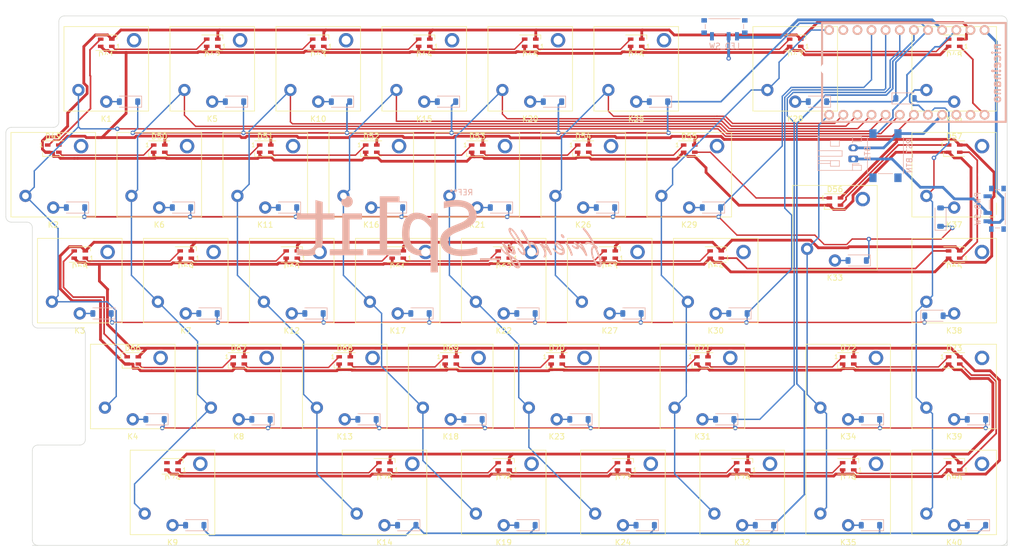
<source format=kicad_pcb>
(kicad_pcb (version 20221018) (generator pcbnew)
  (layers (0 "F.Cu" signal) (31 "B.Cu" signal) (34 "B.Paste" user) (35 "F.Paste" user) (36 "B.SilkS" user "B.Silkscreen") (37 "F.SilkS" user "F.Silkscreen") (38 "B.Mask" user) (39 "F.Mask" user) (44 "Edge.Cuts" user))
  (net 0 "")
  (net 1 "Net-(BT1-+)")
  (net 2 "GND")
  (net 3 "Row0")
  (net 4 "Net-(D1-A)")
  (net 5 "Row1")
  (net 6 "Net-(D2-A)")
  (net 7 "Row2")
  (net 8 "Net-(D3-A)")
  (net 9 "Row3")
  (net 10 "Net-(D4-A)")
  (net 11 "Net-(D5-A)")
  (net 12 "Net-(D6-A)")
  (net 13 "Net-(D7-A)")
  (net 14 "Net-(D8-A)")
  (net 15 "Row4")
  (net 16 "Net-(D9-A)")
  (net 17 "Net-(D10-A)")
  (net 18 "Net-(D11-A)")
  (net 19 "Net-(D12-A)")
  (net 20 "Net-(D13-A)")
  (net 21 "Net-(D14-A)")
  (net 22 "Net-(D15-A)")
  (net 23 "Net-(D16-A)")
  (net 24 "Net-(D17-A)")
  (net 25 "Net-(D18-A)")
  (net 26 "Net-(D19-A)")
  (net 27 "Net-(D20-A)")
  (net 28 "Net-(D21-A)")
  (net 29 "Net-(D22-A)")
  (net 30 "Net-(D23-A)")
  (net 31 "Net-(D24-A)")
  (net 32 "Net-(D25-A)")
  (net 33 "Net-(D26-A)")
  (net 34 "Net-(D27-A)")
  (net 35 "Net-(D28-A)")
  (net 36 "Net-(D29-A)")
  (net 37 "Net-(D30-A)")
  (net 38 "Net-(D31-A)")
  (net 39 "Net-(D32-A)")
  (net 40 "Net-(D33-A)")
  (net 41 "Net-(D34-A)")
  (net 42 "Net-(D35-A)")
  (net 43 "Net-(D36-A)")
  (net 44 "Net-(D37-A)")
  (net 45 "Net-(D38-A)")
  (net 46 "Net-(D39-A)")
  (net 47 "Net-(D40-A)")
  (net 48 "Net-(D41-DOUT)")
  (net 49 "VCC")
  (net 50 "TXD")
  (net 51 "Net-(D42-DOUT)")
  (net 52 "Net-(D43-DOUT)")
  (net 53 "Net-(D44-DOUT)")
  (net 54 "Net-(D45-DOUT)")
  (net 55 "Net-(D46-DOUT)")
  (net 56 "Net-(D47-DOUT)")
  (net 57 "Net-(D49-DIN)")
  (net 58 "Net-(D50-DIN)")
  (net 59 "Net-(D51-DIN)")
  (net 60 "Net-(D52-DIN)")
  (net 61 "Net-(D53-DIN)")
  (net 62 "Net-(D54-DIN)")
  (net 63 "Net-(D55-DIN)")
  (net 64 "Net-(D56-DIN)")
  (net 65 "Net-(D58-DOUT)")
  (net 66 "Net-(D59-DOUT)")
  (net 67 "Net-(D60-DOUT)")
  (net 68 "Net-(D61-DOUT)")
  (net 69 "Net-(D62-DOUT)")
  (net 70 "Net-(D63-DOUT)")
  (net 71 "Net-(D64-DOUT)")
  (net 72 "Net-(D66-DIN)")
  (net 73 "Net-(D67-DIN)")
  (net 74 "Net-(D68-DIN)")
  (net 75 "Net-(D69-DIN)")
  (net 76 "Net-(D70-DIN)")
  (net 77 "Net-(D71-DIN)")
  (net 78 "Net-(D72-DIN)")
  (net 79 "Net-(D74-DOUT)")
  (net 80 "Net-(D75-DOUT)")
  (net 81 "Net-(D76-DOUT)")
  (net 82 "Net-(D77-DOUT)")
  (net 83 "Net-(D78-DOUT)")
  (net 84 "Net-(D79-DOUT)")
  (net 85 "Col7")
  (net 86 "Col8")
  (net 87 "Col9")
  (net 88 "Col10")
  (net 89 "Col11")
  (net 90 "Col12")
  (net 91 "Col13")
  (net 92 "Col14")
  (net 93 "Col15")
  (net 95 "Net-(SW_PW1-C)")
  (net 97 "Net-(SW_PW2-C)")
  (net 98 "Net-(U1-RST)")
  (net 102 "Net-(D41-DIN)")
  (net 103 "Net-(D57-DIN)")
  (net 104 "Net-(D58-DIN)")
  (net 105 "Net-(D73-DIN)")
  (footprint "LED_SMD:LED_SK6805_PLCC4_2.4x2.7mm_P1.3mm" (layer "F.Cu") (at 217.336 35.686 180)
    (fp_text reference "D48")
    (fp_text value "SK6812MINI")
  )
  (footprint "PCM_Switch_Keyboard_Kailh:SW_Kailh_Choc_V1V2_1.00u" (layer "F.Cu") (at 88.7485 97.536 180)
    (fp_text reference "K8")
    (fp_text value "KEYSW")
  )
  (footprint "LED_SMD:LED_SK6805_PLCC4_2.4x2.7mm_P1.3mm" (layer "F.Cu") (at 141.136 35.686 180)
    (fp_text reference "D45")
    (fp_text value "SK6812MINI")
  )
  (footprint "LED_SMD:LED_SK6805_PLCC4_2.4x2.7mm_P1.3mm" (layer "F.Cu") (at 179.236 111.886 180)
    (fp_text reference "D78")
    (fp_text value "SK6812MINI")
  )
  (footprint "LED_SMD:LED_SK6805_PLCC4_2.4x2.7mm_P1.3mm" (layer "F.Cu") (at 112.561 54.736)
    (fp_text reference "D52")
    (fp_text value "SK6812MINI")
  )
  (footprint "PCM_Switch_Keyboard_Kailh:SW_Kailh_Choc_V1V2_1.00u" (layer "F.Cu") (at 83.986 40.386 180)
    (fp_text reference "K5")
    (fp_text value "KEYSW")
  )
  (footprint "LED_SMD:LED_SK6805_PLCC4_2.4x2.7mm_P1.3mm" (layer "F.Cu") (at 157.80475 111.886 180)
    (fp_text reference "D77")
    (fp_text value "SK6812MINI")
  )
  (footprint "PCM_Switch_Keyboard_Kailh:SW_Kailh_Choc_V1V2_2.75u" (layer "F.Cu") (at 76.84225 116.586 180)
    (fp_text reference "K9")
    (fp_text value "KEYSW")
  )
  (footprint "LED_SMD:LED_SK6805_PLCC4_2.4x2.7mm_P1.3mm" (layer "F.Cu") (at 76.84225 111.886 180)
    (fp_text reference "D74")
    (fp_text value "SK6812MINI")
  )
  (footprint "LED_SMD:LED_SK6805_PLCC4_2.4x2.7mm_P1.3mm" (layer "F.Cu") (at 98.2735 73.786 180)
    (fp_text reference "D60")
    (fp_text value "SK6812MINI")
  )
  (footprint "LED_SMD:LED_SK6805_PLCC4_2.4x2.7mm_P1.3mm" (layer "F.Cu") (at 188.761 35.686 180)
    (fp_text reference "D47")
    (fp_text value "SK6812MINI")
  )
  (footprint "LED_SMD:LED_SK6805_PLCC4_2.4x2.7mm_P1.3mm" (layer "F.Cu") (at 55.411 54.736)
    (fp_text reference "D49")
    (fp_text value "SK6812MINI")
  )
  (footprint "LED_SMD:LED_SK6805_PLCC4_2.4x2.7mm_P1.3mm" (layer "F.Cu") (at 155.4235 73.786 180)
    (fp_text reference "D63")
    (fp_text value "SK6812MINI")
  )
  (footprint "PCM_Switch_Keyboard_Kailh:SW_Kailh_Choc_V1V2_1.00u" (layer "F.Cu") (at 93.511 59.436 180)
    (fp_text reference "K11")
    (fp_text value "KEYSW")
  )
  (footprint "PCM_Switch_Keyboard_Kailh:SW_Kailh_Choc_V1V2_1.00u" (layer "F.Cu") (at 145.8985 97.536 180)
    (fp_text reference "K23")
    (fp_text value "KEYSW")
  )
  (footprint "LED_SMD:LED_SK6805_PLCC4_2.4x2.7mm_P1.3mm" (layer "F.Cu") (at 122.086 35.686 180)
    (fp_text reference "D44")
    (fp_text value "SK6812MINI")
  )
  (footprint "LED_SMD:LED_SK6805_PLCC4_2.4x2.7mm_P1.3mm" (layer "F.Cu") (at 217.336 111.886 180)
    (fp_text reference "D80")
    (fp_text value "SK6812MINI")
  )
  (footprint "LED_SMD:LED_SK6805_PLCC4_2.4x2.7mm_P1.3mm" (layer "F.Cu") (at 217.336 92.836)
    (fp_text reference "D73")
    (fp_text value "SK6812MINI")
  )
  (footprint "PCM_Switch_Keyboard_Kailh:SW_Kailh_Choc_V1V2_1.00u" (layer "F.Cu") (at 131.611 59.436 180)
    (fp_text reference "K21")
    (fp_text value "KEYSW")
  )
  (footprint "LED_SMD:LED_SK6805_PLCC4_2.4x2.7mm_P1.3mm" (layer "F.Cu") (at 160.186 35.686 180)
    (fp_text reference "D46")
    (fp_text value "SK6812MINI")
  )
  (footprint "PCM_Switch_Keyboard_Kailh:SW_Kailh_Choc_V1V2_1.00u" (layer "F.Cu") (at 122.086 40.386 180)
    (fp_text reference "K15")
    (fp_text value "KEYSW")
  )
  (footprint "LED_SMD:LED_SK6805_PLCC4_2.4x2.7mm_P1.3mm" (layer "F.Cu") (at 131.611 54.736)
    (fp_text reference "D53")
    (fp_text value "SK6812MINI")
  )
  (footprint "PCM_Switch_Keyboard_Kailh:SW_Kailh_Choc_V1V2_1.00u" (layer "F.Cu") (at 198.286 116.586 180)
    (fp_text reference "K35")
    (fp_text value "KEYSW")
  )
  (footprint "PCM_Switch_Keyboard_Kailh:SW_Kailh_Choc_V1V2_1.00u" (layer "F.Cu") (at 103.036 40.386 180)
    (fp_text reference "K10")
    (fp_text value "KEYSW")
  )
  (footprint "LED_SMD:LED_SK6805_PLCC4_2.4x2.7mm_P1.3mm" (layer "F.Cu") (at 107.7985 92.836)
    (fp_text reference "D68")
    (fp_text value "SK6812MINI")
  )
  (footprint "LED_SMD:LED_SK6805_PLCC4_2.4x2.7mm_P1.3mm" (layer "F.Cu") (at 217.336 73.786 180)
    (fp_text reference "D65")
    (fp_text value "SK6812MINI")
  )
  (footprint "PCM_Switch_Keyboard_Kailh:SW_Kailh_Choc_V1V2_1.00u" (layer "F.Cu") (at 64.936 40.386 180)
    (fp_text reference "K1")
    (fp_text value "KEYSW")
  )
  (footprint "LED_SMD:LED_SK6805_PLCC4_2.4x2.7mm_P1.3mm" (layer "F.Cu") (at 174.4735 73.786 180)
    (fp_text reference "D64")
    (fp_text value "SK6812MINI")
  )
  (footprint "LED_SMD:LED_SK6805_PLCC4_2.4x2.7mm_P1.3mm" (layer "F.Cu") (at 198.286 92.836)
    (fp_text reference "D72")
    (fp_text value "SK6812MINI")
  )
  (footprint "LED_SMD:LED_SK6805_PLCC4_2.4x2.7mm_P1.3mm" (layer "F.Cu") (at 195.90475 64.261)
    (fp_text reference "D56")
    (fp_text value "SK6812MINI")
  )
  (footprint "PCM_Switch_Keyboard_Kailh:SW_Kailh_Choc_V1V2_1.00u" (layer "F.Cu") (at 141.136 40.386 180)
    (fp_text reference "K20")
    (fp_text value "KEYSW")
  )
  (footprint "LED_SMD:LED_SK6805_PLCC4_2.4x2.7mm_P1.3mm" (layer "F.Cu") (at 169.711 54.736)
    (fp_text reference "D55")
    (fp_text value "SK6812MINI")
  )
  (footprint "PCM_Switch_Keyboard_Kailh:SW_Kailh_Choc_V1V2_1.00u" (layer "F.Cu") (at 117.3235 78.486 180)
    (fp_text reference "K17")
    (fp_text value "KEYSW")
  )
  (footprint "PCM_Switch_Keyboard_Kailh:SW_Kailh_Choc_V1V2_1.00u" (layer "F.Cu") (at 217.336 78.486 180)
    (fp_text reference "K38")
    (fp_text value "KEYSW")
  )
  (footprint "LED_SMD:LED_SK6805_PLCC4_2.4x2.7mm_P1.3mm" (layer "F.Cu") (at 198.286 111.886 180)
    (fp_text reference "D79")
    (fp_text value "SK6812MINI")
  )
  (footprint "PCM_Switch_Keyboard_Kailh:SW_Kailh_Choc_V1V2_1.00u" (layer "F.Cu") (at 160.186 40.386 180)
    (fp_text reference "K25")
    (fp_text value "KEYSW")
  )
  (footprint "LED_SMD:LED_SK6805_PLCC4_2.4x2.7mm_P1.3mm" (layer "F.Cu") (at 79.2235 73.786 180)
    (fp_text reference "D59")
    (fp_text value "SK6812MINI")
  )
  (footprint "PCM_Switch_Keyboard_Kailh:SW_Kailh_Choc_V1V2_1.00u" (layer "F.Cu") (at 136.3735 116.586 180)
    (fp_text reference "K19")
    (fp_text value "KEYSW")
  )
  (footprint "LED_SMD:LED_SK6805_PLCC4_2.4x2.7mm_P1.3mm" (layer "F.Cu") (at 172.09225 92.836)
    (fp_text reference "D71")
    (fp_text value "SK6812MINI")
  )
  (footprint "LED_SMD:LED_SK6805_PLCC4_2.4x2.7mm_P1.3mm" (layer "F.Cu") (at 150.661 54.736)
    (fp_text reference "D54")
    (fp_text value "SK6812MINI")
  )
  (footprint "PCM_Switch_Keyboard_Kailh:SW_Kailh_Choc_V1V2_1.75u" (layer "F.Cu") (at 172.09225 97.536 180)
    (fp_text reference "K31")
    (fp_text value "KEYSW")
  )
  (footprint "PCM_Switch_Keyboard_Kailh:SW_Kailh_Choc_V1V2_1.00u" (layer "F.Cu") (at 107.7985 97.536 180)
    (fp_text reference "K13")
    (fp_text value "KEYSW")
  )
  (footprint "LED_SMD:LED_SK6805_PLCC4_2.4x2.7mm_P1.3mm" (layer "F.Cu") (at 145.8985 92.836)
    (fp_text reference "D70")
    (fp_text value "SK6812MINI")
  )
  (footprint "PCM_Switch_Keyboard_Kailh:SW_Kailh_Choc_V1V2_1.00u" (layer "F.Cu") (at 150.661 59.436 180)
    (fp_text reference "K26")
    (fp_text value "KEYSW")
  )
  (footprint "LED_SMD:LED_SK6805_PLCC4_2.4x2.7mm_P1.3mm" (layer "F.Cu") (at 136.3735 111.886 180)
    (fp_text reference "D76")
    (fp_text value "SK6812MINI")
  )
  (footprint "LED_SMD:LED_SK6805_PLCC4_2.4x2.7mm_P1.3mm" (layer "F.Cu") (at 114.94225 111.886 180)
    (fp_text reference "D75")
    (fp_text value "SK6812MINI")
  )
  (footprint "LED_SMD:LED_SK6805_PLCC4_2.4x2.7mm_P1.3mm" (layer "F.Cu") (at 126.8485 92.836)
    (fp_text reference "D69")
    (fp_text value "SK6812MINI")
  )
  (footprint "PCM_Switch_Keyboard_Kailh:SW_Kailh_Choc_V1V2_1.25u" (layer "F.Cu") (at 157.80475 116.586 180)
    (fp_text reference "K24")
    (fp_text value "KEYSW")
  )
  (footprint "LED_SMD:LED_SK6805_PLCC4_2.4x2.7mm_P1.3mm" (layer "F.Cu") (at 217.336 54.736)
    (fp_text reference "D57")
    (fp_text value "SK6812MINI")
  )
  (footprint "PCM_Switch_Keyboard_Kailh:SW_Kailh_Choc_V1V2_1.00u" (layer "F.Cu") (at 74.461 59.436 180)
    (fp_text reference "K6")
    (fp_text value "KEYSW")
  )
  (footprint "PCM_Switch_Keyboard_Kailh:SW_Kailh_Choc_V1V2_1.00u" (layer "F.Cu") (at 174.4735 78.486 180)
    (fp_text reference "K30")
    (fp_text value "KEYSW")
  )
  (footprint "LED_SMD:LED_SK6805_PLCC4_2.4x2.7mm_P1.3mm" (layer "F.Cu") (at 69.6985 92.836)
    (fp_text reference "D66")
    (fp_text value "SK6812MINI")
  )
  (footprint "LED_SMD:LED_SK6805_PLCC4_2.4x2.7mm_P1.3mm" (layer "F.Cu") (at 103.036 35.686 180)
    (fp_text reference "D43")
    (fp_text value "SK6812MINI")
  )
  (footprint "LED_SMD:LED_SK6805_PLCC4_2.4x2.7mm_P1.3mm" (layer "F.Cu") (at 60.1735 73.786 180)
    (fp_text reference "D58")
    (fp_text value "SK6812MINI")
  )
  (footprint "LED_SMD:LED_SK6805_PLCC4_2.4x2.7mm_P1.3mm" (layer "F.Cu") (at 88.7485 92.836)
    (fp_text reference "D67")
    (fp_text value "SK6812MINI")
  )
  (footprint "PCM_Switch_Keyboard_Kailh:SW_Kailh_Choc_V1V2_1.00u" (layer "F.Cu") (at 217.336 116.586 180)
    (fp_text reference "K40")
    (fp_text value "KEYSW")
  )
  (footprint "LED_SMD:LED_SK6805_PLCC4_2.4x2.7mm_P1.3mm" (layer "F.Cu") (at 117.3235 73.786 180)
    (fp_text reference "D61")
    (fp_text value "SK6812MINI")
  )
  (footprint "PCM_Switch_Keyboard_Kailh:SW_Kailh_Choc_V1V2_1.00u" (layer "F.Cu") (at 217.336 59.436 180)
    (fp_text reference "K37")
    (fp_text value "KEYSW")
  )
  (footprint "LED_SMD:LED_SK6805_PLCC4_2.4x2.7mm_P1.3mm" (layer "F.Cu") (at 93.511 54.736)
    (fp_text reference "D51")
    (fp_text value "SK6812MINI")
  )
  (footprint "LED_SMD:LED_SK6805_PLCC4_2.4x2.7mm_P1.3mm" (layer "F.Cu") (at 136.3735 73.786 180)
    (fp_text reference "D62")
    (fp_text value "SK6812MINI")
  )
  (footprint "PCM_Switch_Keyboard_Kailh:SW_Kailh_Choc_V1V2_1.00u" (layer "F.Cu") (at 98.2735 78.486 180)
    (fp_text reference "K12")
    (fp_text value "KEYSW")
  )
  (footprint "PCM_Switch_Keyboard_Kailh:SW_Kailh_Choc_V1V2_1.00u" (layer "F.Cu") (at 217.336 40.386 180)
    (fp_text reference "K36")
    (fp_text value "KEYSW")
  )
  (footprint "LED_SMD:LED_SK6805_PLCC4_2.4x2.7mm_P1.3mm" (layer "F.Cu") (at 74.461 54.736)
    (fp_text reference "D50")
    (fp_text value "SK6812MINI")
  )
  (footprint "PCM_Switch_Keyboard_Kailh:SW_Kailh_Choc_V1V2_1.00u" (layer "F.Cu") (at 155.4235 78.486 180)
    (fp_text reference "K27")
    (fp_text value "KEYSW")
  )
  (footprint "PCM_Switch_Keyboard_Kailh:SW_Kailh_Choc_V1V2_ISOEnter_180deg" (layer "F.Cu") (at 195.90475 68.961 180)
    (fp_text reference "K33")
    (fp_text value "KEYSW")
  )
  (footprint "PCM_Switch_Keyboard_Kailh:SW_Kailh_Choc_V1V2_1.00u" (layer "F.Cu") (at 69.6985 97.536 180)
    (fp_text reference "K4")
    (fp_text value "KEYSW")
  )
  (footprint "PCM_Switch_Keyboard_Kailh:SW_Kailh_Choc_V1V2_2.00u" (layer "F.Cu") (at 188.761 40.386 180)
    (fp_text reference "K28")
    (fp_text value "KEYSW")
  )
  (footprint "PCM_Switch_Keyboard_Kailh:SW_Kailh_Choc_V1V2_1.00u" (layer "F.Cu") (at 126.8485 97.536 180)
    (fp_text reference "K18")
    (fp_text value "KEYSW")
  )
  (footprint "PCM_Switch_Keyboard_Kailh:SW_Kailh_Choc_V1V2_1.00u" (layer "F.Cu") (at 169.711 59.436 180)
    (fp_text reference "K29")
    (fp_text value "KEYSW")
  )
  (footprint "LED_SMD:LED_SK6805_PLCC4_2.4x2.7mm_P1.3mm" (layer "F.Cu") (at 64.936 35.686 180)
    (fp_text reference "D41")
    (fp_text value "SK6812MINI")
  )
  (footprint "PCM_Switch_Keyboard_Kailh:SW_Kailh_Choc_V1V2_1.00u" (layer "F.Cu") (at 55.411 59.436 180)
    (fp_text reference "K2")
    (fp_text value "KEYSW")
  )
  (footprint "PCM_Switch_Keyboard_Kailh:SW_Kailh_Choc_V1V2_1.00u" (layer "F.Cu") (at 179.236 116.586 180)
    (fp_text reference "K32")
    (fp_text value "KEYSW")
  )
  (footprint "PCM_Switch_Keyboard_Kailh:SW_Kailh_Choc_V1V2_1.00u" (layer "F.Cu") (at 198.286 97.536 180)
    (fp_text reference "K34")
    (fp_text value "KEYSW")
  )
  (footprint "PCM_Switch_Keyboard_Kailh:SW_Kailh_Choc_V1V2_1.00u" (layer "F.Cu") (at 136.3735 78.486 180)
    (fp_text reference "K22")
    (fp_text value "KEYSW")
  )
  (footprint "PCM_Switch_Keyboard_Kailh:SW_Kailh_Choc_V1V2_1.00u" (layer "F.Cu") (at 112.561 59.436 180)
    (fp_text reference "K16")
    (fp_text value "KEYSW")
  )
  (footprint "PCM_Switch_Keyboard_Kailh:SW_Kailh_Choc_V1V2_1.00u" (layer "F.Cu") (at 60.1735 78.486 180)
    (fp_text reference "K3")
    (fp_text value "KEYSW")
  )
  (footprint "PCM_Switch_Keyboard_Kailh:SW_Kailh_Choc_V1V2_1.25u" (layer "F.Cu") (at 114.94225 116.586 180)
    (fp_text reference "K14")
    (fp_text value "KEYSW")
  )
  (footprint "LED_SMD:LED_SK6805_PLCC4_2.4x2.7mm_P1.3mm" (layer "F.Cu") (at 83.986 35.686 180)
    (fp_text reference "D42")
    (fp_text value "SK6812MINI")
  )
  (footprint "PCM_Switch_Keyboard_Kailh:SW_Kailh_Choc_V1V2_1.00u" (layer "F.Cu") (at 217.336 97.536 180)
    (fp_text reference "K39")
    (fp_text value "KEYSW")
  )
  (footprint "PCM_Switch_Keyboard_Kailh:SW_Kailh_Choc_V1V2_1.00u" (layer "F.Cu") (at 79.2235 78.486 180)
    (fp_text reference "K7")
    (fp_text value "KEYSW")
  )
  (footprint "Diode_SMD:D_SOD-123" (layer "B.Cu") (at 83.2235 84.386 180)
    (fp_text reference "D7" hide)
    (fp_text value "D")
  )
  (footprint "Diode_SMD:D_SOD-123" (layer "B.Cu") (at 221.336 122.486 180)
    (fp_text reference "D40" hide)
    (fp_text value "D")
  )
  (footprint "Diode_SMD:D_SOD-123" (layer "B.Cu") (at 92.7485 103.436 180)
    (fp_text reference "D8" hide)
    (fp_text value "D")
  )
  (footprint "Diode_SMD:D_SOD-123" (layer "B.Cu") (at 183.236 122.486 180)
    (fp_text reference "D32" hide)
    (fp_text value "D")
  )
  (footprint "Connector_JST:JST_PH_S2B-PH-K_1x02_P2.00mm_Horizontal" (layer "B.Cu") (at 199.2 56.6 90)
    (fp_text reference "BT1")
    (fp_text value "Battery_Cell")
  )
  (footprint "Diode_SMD:D_SOD-123" (layer "B.Cu") (at 145.136 46.286 180)
    (fp_text reference "D20" hide)
    (fp_text value "D")
  )
  (footprint "Diode_SMD:D_SOD-123" (layer "B.Cu") (at 78.461 65.336 180)
    (fp_text reference "D6" hide)
    (fp_text value "D")
  )
  (footprint "Diode_SMD:D_SOD-123" (layer "B.Cu") (at 154.661 65.336 180)
    (fp_text reference "D26" hide)
    (fp_text value "D")
  )
  (footprint "Diode_SMD:D_SOD-123" (layer "B.Cu") (at 116.561 65.336 180)
    (fp_text reference "D16" hide)
    (fp_text value "D")
  )
  (footprint "Diode_SMD:D_SOD-123" (layer "B.Cu") (at 214.884 67.056 90)
    (fp_text reference "D37" hide)
    (fp_text value "D")
  )
  (footprint "Button_Switch_SMD:SW_SPDT_PCM12" (layer "B.Cu") (at 176.046 33.096)
    (fp_text reference "LED_SW")
    (fp_text value "SW_SPDT")
  )
  (footprint "Diode_SMD:D_SOD-123" (layer "B.Cu") (at 126.086 46.286 180)
    (fp_text reference "D15" hide)
    (fp_text value "D")
  )
  (footprint "friendlySplit:friendly_Split-logo" (layer "B.Cu") (at 128.7 74.3 180)
    (fp_text reference "REF**")
    (fp_text value "friendly_Split-logo")
  )
  (footprint "Diode_SMD:D_SOD-123" (layer "B.Cu") (at 107.036 46.286 180)
    (fp_text reference "D10" hide)
    (fp_text value "D")
  )
  (footprint "Diode_SMD:D_SOD-123" (layer "B.Cu") (at 178.4735 84.386 180)
    (fp_text reference "D30" hide)
    (fp_text value "D")
  )
  (footprint "Diode_SMD:D_SOD-123" (layer "B.Cu") (at 102.2735 84.386 180)
    (fp_text reference "D12" hide)
    (fp_text value "D")
  )
  (footprint "Diode_SMD:D_SOD-123" (layer "B.Cu") (at 87.986 46.286 180)
    (fp_text reference "D5" hide)
    (fp_text value "D")
  )
  (footprint "Diode_SMD:D_SOD-123" (layer "B.Cu") (at 68.936 46.286 180)
    (fp_text reference "D1" hide)
    (fp_text value "D")
  )
  (footprint "Diode_SMD:D_SOD-123" (layer "B.Cu") (at 135.611 65.336 180)
    (fp_text reference "D21" hide)
    (fp_text value "D")
  )
  (footprint "Diode_SMD:D_SOD-123" (layer "B.Cu") (at 64.1735 84.386 180)
    (fp_text reference "D3" hide)
    (fp_text value "D")
  )
  (footprint "Diode_SMD:D_SOD-123" (layer "B.Cu") (at 173.711 65.336 180)
    (fp_text reference "D29" hide)
    (fp_text value "D")
  )
  (footprint "Diode_SMD:D_SOD-123" (layer "B.Cu") (at 213.7 84.8)
    (fp_text reference "D38" hide)
    (fp_text value "D")
  )
  (footprint "Diode_SMD:D_SOD-123" (layer "B.Cu") (at 149.8985 103.436 180)
    (fp_text reference "D23" hide)
    (fp_text value "D")
  )
  (footprint "Diode_SMD:D_SOD-123" (layer "B.Cu") (at 176.09225 103.436 180)
    (fp_text reference "D31" hide)
    (fp_text value "D")
  )
  (footprint "Diode_SMD:D_SOD-123" (layer "B.Cu") (at 97.511 65.336 180)
    (fp_text reference "D11" hide)
    (fp_text value "D")
  )
  (footprint "Diode_SMD:D_SOD-123" (layer "B.Cu") (at 140.3735 122.486 180)
    (fp_text reference "D19" hide)
    (fp_text value "D")
  )
  (footprint "Diode_SMD:D_SOD-123" (layer "B.Cu") (at 121.3235 84.386 180)
    (fp_text reference "D17" hide)
    (fp_text value "D")
  )
  (footprint "Diode_SMD:D_SOD-123" (layer "B.Cu") (at 111.7985 103.436 180)
    (fp_text reference "D13" hide)
    (fp_text value "D")
  )
  (footprint "nice-nano-kicad:nice_nano" (layer "B.Cu") (at 208.83 41.02 180)
    (fp_text reference "U1" hide)
    (fp_text value "nice_nano" hide)
  )
  (footprint "Diode_SMD:D_SOD-123" (layer "B.Cu") (at 208.5 45.7)
    (fp_text reference "D36" hide)
    (fp_text value "D")
  )
  (footprint "Diode_SMD:D_SOD-123" (layer "B.Cu") (at 199.90475 74.861 180)
    (fp_text reference "D33" hide)
    (fp_text value "D")
  )
  (footprint "Button_Switch_SMD:SW_Push_1P1T_NO_6x6mm_H9.5mm" (layer "B.Cu") (at 204.978 56 -90)
    (fp_text reference "RST_BTN")
    (fp_text value "SW_Push")
  )
  (footprint "Diode_SMD:D_SOD-123" (layer "B.Cu") (at 130.8485 103.436 180)
    (fp_text reference "D18" hide)
    (fp_text value "D")
  )
  (footprint "Button_Switch_SMD:SW_SPDT_PCM12" (layer "B.Cu") (at 224.79 65.556 -90)
    (fp_text reference "PWD_SW")
    (fp_text value "SW_SPDT")
  )
  (footprint "Diode_SMD:D_SOD-123" (layer "B.Cu") (at 161.80475 122.486 180)
    (fp_text reference "D24" hide)
    (fp_text value "D")
  )
  (footprint "Diode_SMD:D_SOD-123" (layer "B.Cu") (at 140.3735 84.386 180)
    (fp_text reference "D22" hide)
    (fp_text value "D")
  )
  (footprint "Diode_SMD:D_SOD-123" (layer "B.Cu") (at 202.286 122.486 180)
    (fp_text reference "D35" hide)
    (fp_text value "D")
  )
  (footprint "Diode_SMD:D_SOD-123" (layer "B.Cu") (at 164.186 46.286 180)
    (fp_text reference "D25" hide)
    (fp_text value "D")
  )
  (footprint "Diode_SMD:D_SOD-123" (layer "B.Cu") (at 202.286 103.436 180)
    (fp_text reference "D34" hide)
    (fp_text value "D")
  )
  (footprint "Diode_SMD:D_SOD-123" (layer "B.Cu") (at 118.94225 122.486 180)
    (fp_text reference "D14" hide)
    (fp_text value "D")
  )
  (footprint "Diode_SMD:D_SOD-123" (layer "B.Cu") (at 80.84225 122.486 180)
    (fp_text reference "D9" hide)
    (fp_text value "D")
  )
  (footprint "Diode_SMD:D_SOD-123" (layer "B.Cu") (at 159.4235 84.386 180)
    (fp_text reference "D27" hide)
    (fp_text value "D")
  )
  (footprint "Diode_SMD:D_SOD-123" (layer "B.Cu") (at 59.411 65.336 180)
    (fp_text reference "D2" hide)
    (fp_text value "D")
  )
  (footprint "Diode_SMD:D_SOD-123" (layer "B.Cu") (at 221.336 103.436 180)
    (fp_text reference "D39" hide)
    (fp_text value "D")
  )
  (footprint "Diode_SMD:D_SOD-123" (layer "B.Cu") (at 73.6985 103.436 180)
    (fp_text reference "D4" hide)
    (fp_text value "D")
  )
  (footprint "Diode_SMD:D_SOD-123" (layer "B.Cu") (at 192.761 46.286 180)
    (fp_text reference "D28" hide)
    (fp_text value "D")
  )
  (gr_line (start 46.886001 51.911001) (end 46.886001 66.960999) (stroke (width 0.1)) (layer "Edge.Cuts"))
  (gr_line (start 47.886001 67.960999) (end 50.648499 67.961001) (stroke (width 0.1)) (layer "Edge.Cuts"))
  (gr_arc (start 52.648501 87.010999) (mid 51.941394 86.718106) (end 51.648501 86.010999) (stroke (width 0.1)) (layer "Edge.Cuts"))
  (gr_arc (start 56.410999 49.910999) (mid 56.118106 50.618106) (end 55.410999 50.910999) (stroke (width 0.1)) (layer "Edge.Cuts"))
  (gr_arc (start 52.648501 126.110999) (mid 51.941394 125.818106) (end 51.648501 125.110999) (stroke (width 0.1)) (layer "Edge.Cuts"))
  (gr_arc (start 47.886001 67.960999) (mid 47.178894 67.668106) (end 46.886001 66.960999) (stroke (width 0.1)) (layer "Edge.Cuts"))
  (gr_line (start 51.648501 109.061001) (end 51.6485 125.286) (stroke (width 0.1)) (layer "Edge.Cuts"))
  (gr_arc (start 61.173499 107.060999) (mid 60.880606 107.768106) (end 60.173499 108.060999) (stroke (width 0.1)) (layer "Edge.Cuts"))
  (gr_arc (start 56.411001 31.861001) (mid 56.703894 31.153894) (end 57.411001 30.861001) (stroke (width 0.1)) (layer "Edge.Cuts"))
  (gr_arc (start 225.861 30.861) (mid 226.568107 31.153893) (end 226.861 31.861) (stroke (width 0.1)) (layer "Edge.Cuts"))
  (gr_line (start 61.173499 88.011001) (end 61.173499 107.060999) (stroke (width 0.1)) (layer "Edge.Cuts"))
  (gr_arc (start 50.648499 67.961001) (mid 51.355606 68.253894) (end 51.648499 68.961001) (stroke (width 0.1)) (layer "Edge.Cuts"))
  (gr_line (start 55.410999 50.910999) (end 47.886001 50.911001) (stroke (width 0.1)) (layer "Edge.Cuts"))
  (gr_line (start 51.648501 126.110999) (end 226.861 126.111) (stroke (width 0.1)) (layer "Edge.Cuts"))
  (gr_line (start 225.861 30.861) (end 57.411001 30.861001) (stroke (width 0.1)) (layer "Edge.Cuts"))
  (gr_arc (start 60.173499 87.011001) (mid 60.880606 87.303894) (end 61.173499 88.011001) (stroke (width 0.1)) (layer "Edge.Cuts"))
  (gr_line (start 60.173499 108.060999) (end 52.648501 108.061001) (stroke (width 0.1)) (layer "Edge.Cuts"))
  (gr_line (start 52.648501 87.010999) (end 60.261 87.011) (stroke (width 0.1)) (layer "Edge.Cuts"))
  (gr_arc (start 51.648501 109.061001) (mid 51.941394 108.353894) (end 52.648501 108.061001) (stroke (width 0.1)) (layer "Edge.Cuts"))
  (gr_line (start 226.861 126.111) (end 226.861 31.861) (stroke (width 0.1)) (layer "Edge.Cuts"))
  (gr_arc (start 46.886001 51.911001) (mid 47.178894 51.203894) (end 47.886001 50.911001) (stroke (width 0.1)) (layer "Edge.Cuts"))
  (gr_arc (start 226.860999 125.110999) (mid 226.568106 125.818106) (end 225.860999 126.110999) (stroke (width 0.1)) (layer "Edge.Cuts"))
  (gr_line (start 56.411001 31.861001) (end 56.410999 49.910999) (stroke (width 0.1)) (layer "Edge.Cuts"))
  (gr_line (start 51.648499 68.961001) (end 51.648501 86.010999) (stroke (width 0.1)) (layer "Edge.Cuts"))
  (segment (start 206.178 56.6) (end 211.264 61.686) (width 0.5) (layer "B.Cu") (net 1))
  (segment (start 211.264 61.686) (end 215.286 61.686) (width 0.5) (layer "B.Cu") (net 1))
  (segment (start 199.2 56.6) (end 206.178 56.6) (width 0.5) (layer "B.Cu") (net 1))
  (segment (start 215.286 61.686) (end 217.386 63.786) (width 0.5) (layer "B.Cu") (net 1))
  (segment (start 220.84 63.786) (end 223.36 66.306) (width 0.5) (layer "B.Cu") (net 1))
  (segment (start 217.386 63.786) (end 220.84 63.786) (width 0.5) (layer "B.Cu") (net 1))
  (segment (start 56.6485 79.9485) (end 58.8 82.1) (width 0.5) (layer "F.Cu") (net 2))
  (segment (start 156.4235 73.136) (end 156.4235 72.2625) (width 0.5) (layer "F.Cu") (net 2))
  (segment (start 73.461 56.05) (end 73.811 56.4) (width 0.5) (layer "F.Cu") (net 2))
  (segment (start 137.3735 111.236) (end 137.3735 110.3125) (width 0.5) (layer "F.Cu") (net 2))
  (segment (start 196.958004 94.586) (end 197.244004 94.3) (width 0.5) (layer "F.Cu") (net 2))
  (segment (start 54.411 55.386) (end 55.411 55.386) (width 0.5) (layer "F.Cu") (net 2))
  (segment (start 192.7233 32.0737) (end 218.9337 32.0737) (width 0.5) (layer "F.Cu") (net 2))
  (segment (start 152.096329 56.634502) (end 167.462498 56.634502) (width 0.5) (layer "F.Cu") (net 2))
  (segment (start 180.5 109.686) (end 159 109.686) (width 0.5) (layer "F.Cu") (net 2))
  (segment (start 161.186 33.514) (end 161.3 33.4) (width 0.5) (layer "F.Cu") (net 2))
  (segment (start 132.611827 56.2) (end 132.911827 56.5) (width 0.5) (layer "F.Cu") (net 2))
  (segment (start 60.9 42.957968) (end 60.9 36.372) (width 0.5) (layer "F.Cu") (net 2))
  (segment (start 131.1 56.2) (end 132.611827 56.2) (width 0.5) (layer "F.Cu") (net 2))
  (segment (start 68.6985 93.486) (end 69.6985 93.486) (width 0.5) (layer "F.Cu") (net 2))
  (segment (start 189.761 35.036) (end 189.011 34.286) (width 0.5) (layer "F.Cu") (net 2))
  (segment (start 172.736 58.183004) (end 170.688996 56.136) (width 0.5) (layer "F.Cu") (net 2))
  (segment (start 88.064 94.236) (end 89.685328 94.236) (width 0.5) (layer "F.Cu") (net 2))
  (segment (start 84.986 33.714) (end 85.3 33.4) (width 0.5) (layer "F.Cu") (net 2))
  (segment (start 167.014 34.286) (end 166.128 33.4) (width 0.5) (layer "F.Cu") (net 2))
  (segment (start 220.214 96.086) (end 223.486 96.086) (width 0.5) (layer "F.Cu") (net 2))
  (segment (start 84.986 35.036) (end 84.986 33.714) (width 0.5) (layer "F.Cu") (net 2))
  (segment (start 218.9337 32.0737) (end 220.26 33.4) (width 0.5) (layer "F.Cu") (net 2))
  (segment (start 62.986 34.286) (end 65.186 34.286) (width 0.5) (layer "F.Cu") (net 2))
  (segment (start 220.361 58.183004) (end 220.361 71.111) (width 0.5) (layer "F.Cu") (net 2))
  (segment (start 144.456504 94.7) (end 144.656504 94.5) (width 0.5) (layer "F.Cu") (net 2))
  (segment (start 224.286 96.886) (end 224.286 105.286) (width 0.5) (layer "F.Cu") (net 2))
  (segment (start 90.149328 94.7) (end 106.356504 94.7) (width 0.5) (layer "F.Cu") (net 2))
  (segment (start 149.8 56.3) (end 149.8 55.525) (width 0.5) (layer "F.Cu") (net 2))
  (segment (start 79.39225 109.686) (end 77.84225 111.236) (width 0.5) (layer "F.Cu") (net 2))
  (segment (start 109.085327 94.586) (end 126.114 94.586) (width 0.5) (layer "F.Cu") (net 2))
  (segment (start 149.8 56.3) (end 151.761827 56.3) (width 0.5) (layer "F.Cu") (net 2))
  (segment (start 149.319004 56.5) (end 149.519004 56.3) (width 0.5) (layer "F.Cu") (net 2))
  (segment (start 92.9 56.3) (end 94.611827 56.3) (width 0.5) (layer "F.Cu") (net 2))
  (segment (start 61.5 43.557968) (end 60.9 42.957968) (width 0.5) (layer "F.Cu") (net 2))
  (segment (start 173.029078 94.236) (end 173.379077 94.586) (width 0.5) (layer "F.Cu") (net 2))
  (segment (start 151.761827 56.3) (end 152.096329 56.634502) (width 0.5) (layer "F.Cu") (net 2))
  (segment (start 170.688996 56.136) (end 169.461 56.136) (width 0.5) (layer "F.Cu") (net 2))
  (segment (start 54.172764 52.624236) (end 56.075764 52.624236) (width 0.5) (layer "F.Cu") (net 2))
  (segment (start 218.611 94.511) (end 220.2 96.1) (width 0.5) (layer "F.Cu") (net 2))
  (segment (start 142.136 33.464) (end 142.2 33.4) (width 0.5) (layer "F.Cu") (net 2))
  (segment (start 197.5 94.3) (end 199.286827 94.3) (width 0.5) (layer "F.Cu") (net 2))
  (segment (start 158.80475 111.236) (end 158.80475 109.88125) (width 0.5) (layer "F.Cu") (net 2))
  (segment (start 172.4 94.236) (end 173.029078 94.236) (width 0.5) (layer "F.Cu") (net 2))
  (segment (start 55.411 55.386) (end 55.461 55.436) (width 0.5) (layer "F.Cu") (net 2))
  (segment (start 218.336 73.136) (end 217.586 72.386) (width 0.5) (layer "F.Cu") (net 2))
  (segment (start 119.1 71.586) (end 99.8 71.586) (width 0.5) (layer "F.Cu") (net 2))
  (segment (start 111.561 55.386) (end 111.561 55.961) (width 0.5) (layer "F.Cu") (net 2))
  (segment (start 147.185327 94.586) (end 171.414 94.586) (width 0.5) (layer "F.Cu") (net 2))
  (segment (start 99.2735 73.136) (end 99.2735 72.1125) (width 0.5) (layer "F.Cu") (net 2))
  (segment (start 171.764 94.236) (end 172.4 94.236) (width 0.5) (layer "F.Cu") (net 2))
  (segment (start 125.8485 93.9485) (end 126.3 94.4) (width 0.5) (layer "F.Cu") (net 2))
  (segment (start 67.572 33.4) (end 65.936 35.036) (width 0.5) (layer "F.Cu") (net 2))
  (segment (start 172.736 59.01161) (end 172.736 58.183004) (width 0.5) (layer "F.Cu") (net 2))
  (segment (start 58 48.314032) (end 61.5 44.814032) (width 0.5) (layer "F.Cu") (net 2))
  (segment (start 58.8 82.1) (end 63.9 82.1) (width 0.5) (layer "F.Cu") (net 2))
  (segment (start 110.919004 56.8) (end 111.319004 56.4) (width 0.5) (layer "F.Cu") (net 2))
  (segment (start 99.8 71.586) (end 81 71.586) (width 0.5) (layer "F.Cu") (net 2))
  (segment (start 129.769004 57) (end 130.569004 56.2) (width 0.5) (layer "F.Cu") (net 2))
  (segment (start 206.854876 55.386) (end 199.15475 63.086126) (width 0.5) (layer "F.Cu") (net 2))
  (segment (start 220.361 71.111) (end 218.336 73.136) (width 0.5) (layer "F.Cu") (net 2))
  (segment (start 106.7985 93.486) (end 106.7985 94.258004) (width 0.5) (layer "F.Cu") (net 2))
  (segment (start 61.5 44.814032) (end 61.5 43.557968) (width 0.5) (layer "F.Cu") (net 2))
  (segment (start 175.4735 73.136) (end 173.9235 71.586) (width 0.5) (layer "F.Cu") (net 2))
  (segment (start 189.761 35.036) (end 192.7233 32.0737) (width 0.5) (layer "F.Cu") (net 2))
  (segment (start 217.361 94.511) (end 218.611 94.511) (width 0.5) (layer "F.Cu") (net 2))
  (segment (start 220.2 96.1) (end 220.214 96.086) (width 0.5) (layer "F.Cu") (net 2))
  (segment (start 118.3235 73.136) (end 118.3235 72.3625) (width 0.5) (layer "F.Cu") (net 2))
  (segment (start 137.3735 73.136) (end 137.3735 72.1125) (width 0.5) (layer "F.Cu") (net 2))
  (segment (start 59.8 56.486) (end 73.725 56.486) (width 0.5) (layer "F.Cu") (net 2))
  (segment (start 70.635327 94.236) (end 71.099327 94.7) (width 0.5) (layer "F.Cu") (net 2))
  (segment (start 123.086 33.914) (end 123.6 33.4) (width 0.5) (layer "F.Cu") (net 2))
  (segment (start 199.15475 63.086126) (end 199.15475 64.14525) (width 0.5) (layer "F.Cu") (net 2))
  (segment (start 156.4235 72.2625) (end 157.1 71.586) (width 0.5) (layer "F.Cu") (net 2))
  (segment (start 157.1 71.586) (end 137.9 71.586) (width 0.5) (layer "F.Cu") (net 2))
  (segment (start 87.6 94.7) (end 88.064 94.236) (width 0.5) (layer "F.Cu") (net 2))
  (segment (start 197.5 93.7) (end 197.286 93.486) (width 0.5) (layer "F.Cu") (net 2))
  (segment (start 94.611827 56.3) (end 95.111827 56.8) (width 0.5) (layer "F.Cu") (net 2))
  (segment (start 173.9235 71.586) (end 157.1 71.586) (width 0.5) (layer "F.Cu") (net 2))
  (segment (start 62.7235 71.586) (end 61.80475 72.50475) (width 0.5) (layer "F.Cu") (net 2))
  (segment (start 197.5 94.3) (end 197.5 93.7) (width 0.5) (layer "F.Cu") (net 2))
  (segment (start 87.7485 93.9205) (end 88.064 94.236) (width 0.5) (layer "F.Cu") (net 2))
  (segment (start 115.94225 111.236) (end 115.94225 110.14375) (width 0.5) (layer "F.Cu") (net 2))
  (segment (start 58.3 72.386) (end 56.6485 74.0375) (width 0.5) (layer "F.Cu") (net 2))
  (segment (start 92.511 55.911) (end 92.9 56.3) (width 0.5) (layer "F.Cu") (net 2))
  (segment (start 73.461 55.386) (end 73.461 56.05) (width 0.5) (layer "F.Cu") (net 2))
  (segment (start 128.249327 94.7) (end 144.456504 94.7) (width 0.5) (layer "F.Cu") (net 2))
  (segment (start 130.569004 56.2) (end 131.1 56.2) (width 0.5) (layer "F.Cu") (net 2))
  (segment (start 92.169004 56.5) (end 92.369004 56.3) (width 0.5) (layer "F.Cu") (net 2))
  (segment (start 199.286827 94.3) (end 199.572827 94.586) (width 0.5) (layer "F.Cu") (net 2))
  (segment (start 138 109.686) (end 116.4 109.686) (width 0.5) (layer "F.Cu") (net 2))
  (segment (start 216.336 93.486) (end 217.361 94.511) (width 0.5) (layer "F.Cu") (net 2))
  (segment (start 89.685328 94.236) (end 90.149328 94.7) (width 0.5) (layer "F.Cu") (net 2))
  (segment (start 177.4095 71.2) (end 175.4735 73.136) (width 0.5) (layer "F.Cu") (net 2))
  (segment (start 199.286 111.236) (end 199.286 110.3) (width 0.5) (layer "F.Cu") (net 2))
  (segment (start 219.53661 35.036) (end 218.336 35.036) (width 0.5) (layer "F.Cu") (net 2))
  (segment (start 87.7485 93.486) (end 87.7485 93.9205) (width 0.5) (layer "F.Cu") (net 2))
  (segment (start 169.461 56.136) (end 168.711 55.386) (width 0.5) (layer "F.Cu") (net 2))
  (segment (start 69.7485 93.536) (end 69.7485 94.236) (width 0.5) (layer "F.Cu") (net 2))
  (segment (start 215.236 94.586) (end 216.336 93.486) (width 0.5) (layer "F.Cu") (net 2))
  (segment (start 73.725 56.486) (end 73.811 56.4) (width 0.5) (layer "F.Cu") (net 2))
  (segment (start 56.697827 56.486) (end 59.2 56.486) (width 0.5) (layer "F.Cu") (net 2))
  (segment (start 73.1 94.7) (end 87.6 94.7) (width 0.5) (layer "F.Cu") (net 2))
  (segment (start 56.6485 74.0375) (end 56.6485 79.9485) (width 0.5) (layer "F.Cu") (net 2))
  (segment (start 125.8485 93.486) (end 125.8485 93.9485) (width 0.5) (layer "F.Cu") (net 2))
  (segment (start 61.80475 72.50475) (end 61.1735 73.136) (width 0.5) (layer "F.Cu") (net 2))
  (segment (start 217.361 56.411) (end 218.588996 56.411) (width 0.5) (layer "F.Cu") (net 2))
  (segment (start 132.911827 56.5) (end 149.319004 56.5) (width 0.5) (layer "F.Cu") (net 2))
  (segment (start 197.639 65.661) (end 195.65475 65.661) (width 0.5) (layer "F.Cu") (net 2))
  (segment (start 60.9 36.372) (end 62.986 34.286) (width 0.5) (layer "F.Cu") (net 2))
  (segment (start 75.761828 56.5) (end 92.169004 56.5) (width 0.5) (layer "F.Cu") (net 2))
  (segment (start 123.6 33.4) (end 104.4 33.4) (width 0.5) (layer "F.Cu") (net 2))
  (segment (start 65.186 34.286) (end 65.936 35.036) (width 0.5) (layer "F.Cu") (net 2))
  (segment (start 63.9 89.0875) (end 68.2985 93.486) (width 0.5) (layer "F.Cu") (net 2))
  (segment (start 223.486 96.086) (end 224.286 96.886) (width 0.5) (layer "F.Cu") (net 2))
  (segment (start 171.84225 94.236) (end 171.09225 93.486) (width 0.5) (layer "F.Cu") (net 2))
  (segment (start 108.999327 94.5) (end 109.085327 94.586) (width 0.5) (layer "F.Cu") (net 2))
  (segment (start 80.2235 73.136) (end 80.2235 72.3625) (width 0.5) (layer "F.Cu") (net 2))
  (segment (start 167.462498 56.634502) (end 168.711 55.386) (width 0.5) (layer "F.Cu") (net 2))
  (segment (start 216.336 55.386) (end 217.361 56.411) (width 0.5) (layer "F.Cu") (net 2))
  (segment (start 199.15475 64.14525) (end 197.639 65.661) (width 0.5) (layer "F.Cu") (net 2))
  (segment (start 92.511 55.386) (end 92.511 55.911) (width 0.5) (layer "F.Cu") (net 2))
  (segment (start 180.236 111.236) (end 180.236 109.95) (width 0.5) (layer "F.Cu") (net 2))
  (segment (start 216.786 109.686) (end 199.9 109.686) (width 0.5) (layer "F.Cu") (net 2))
  (segment (start 127.949327 94.4) (end 128.249327 94.7) (width 0.5) (layer "F.Cu") (net 2))
  (segment (start 218.588996 56.411) (end 220.361 58.183004) (width 0.5) (layer "F.Cu") (net 2))
  (segment (start 106.356504 94.7) (end 106.556504 94.5) (width 0.5) (layer "F.Cu") (net 2))
  (segment (start 142.136 35.036) (end 142.136 33.464) (width 0.5) (layer "F.Cu") (net 2))
  (segment (start 63.9 82.1) (end 63.9 89.0875) (width 0.5) (layer "F.Cu") (net 2))
  (segment (start 104.036 33.764) (end 104.4 33.4) (width 0.5) (layer "F.Cu") (net 2))
  (segment (start 58 50.7) (end 58 48.314032) (width 0.5) (layer "F.Cu") (net 2))
  (segment (start 144.656504 94.5) (end 145 94.5) (width 0.5) (layer "F.Cu") (net 2))
  (segment (start 217.586 72.386) (end 198.427173 72.386) (width 0.5) (layer "F.Cu") (net 2))
  (segment (start 53.461 54.836) (end 53.461 53.336) (width 0.5) (layer "F.Cu") (net 2))
  (segment (start 197.244004 94.3) (end 197.5 94.3) (width 0.5) (layer "F.Cu") (net 2))
  (segment (start 56.075764 52.624236) (end 58 50.7) (width 0.5) (layer "F.Cu") (net 2))
  (segment (start 71.099327 94.7) (end 73.1 94.7) (width 0.5) (layer "F.Cu") (net 2))
  (segment (start 198.238173 72.575) (end 192.910782 72.575) (width 0.5) (layer "F.Cu") (net 2))
  (segment (start 73.811 56.4) (end 75.661828 56.4) (width 0.5) (layer "F.Cu") (net 2))
  (segment (start 195.65475 65.661) (end 194.90475 64.911) (width 0.5) (layer "F.Cu") (net 2))
  (segment (start 54.411 55.386) (end 54.011 55.386) (width 0.5) (layer "F.Cu") (net 2))
  (segment (start 149.8 55.525) (end 149.661 55.386) (width 0.5) (layer "F.Cu") (net 2))
  (segment (start 178.63539 64.911) (end 172.736 59.01161) (width 0.5) (layer "F.Cu") (net 2))
  (segment (start 137.3735 72.1125) (end 137.9 71.586) (width 0.5) (layer "F.Cu") (net 2))
  (segment (start 126.114 94.586) (end 126.3 94.4) (width 0.5) (layer "F.Cu") (net 2))
  (segment (start 54.011 55.386) (end 53.461 54.836) (width 0.5) (layer "F.Cu") (net 2))
  (segment (start 112 56.4) (end 113.761827 56.4) (width 0.5) (layer "F.Cu") (net 2))
  (segment (start 191.535782 71.2) (end 177.4095 71.2) (width 0.5) (layer "F.Cu") (net 2))
  (segment (start 189.011 34.286) (end 167.014 34.286) (width 0.5) (layer "F.Cu") (net 2))
  (segment (start 114.361827 57) (end 129.769004 57) (width 0.5) (layer "F.Cu") (net 2))
  (segment (start 149.519004 56.3) (end 149.8 56.3) (width 0.5) (layer "F.Cu") (net 2))
  (segment (start 194.90475 64.911) (end 178.63539 64.911) (width 0.5) (layer "F.Cu") (net 2))
  (segment (start 161.3 33.4) (end 142.2 33.4) (width 0.5) (layer "F.Cu") (net 2))
  (segment (start 218.336 111.236) (end 216.786 109.686) (width 0.5) (layer "F.Cu") (net 2))
  (segment (start 55.461 55.436) (end 55.461 56.136) (width 0.5) (layer "F.Cu") (net 2))
  (segment (start 104.4 33.4) (end 85.3 33.4) (width 0.5) (layer "F.Cu") (net 2))
  (segment (start 69.6985 93.486) (end 69.7485 93.536) (width 0.5) (layer "F.Cu") (net 2))
  (segment (start 142.2 33.4) (end 123.6 33.4) (width 0.5) (layer "F.Cu") (net 2))
  (segment (start 118.3235 72.3625) (end 119.1 71.586) (width 0.5) (layer "F.Cu") (net 2))
  (segment (start 113.761827 56.4) (end 114.361827 57) (width 0.5) (layer "F.Cu") (net 2))
  (segment (start 81 71.586) (end 62.7235 71.586) (width 0.5) (layer "F.Cu") (net 2))
  (segment (start 56.347828 56.136) (end 56.697827 56.486) (width 0.5) (layer "F.Cu") (net 2))
  (segment (start 95.111827 56.8) (end 110.919004 56.8) (width 0.5) (layer "F.Cu") (net 2))
  (segment (start 198.427173 72.386) (end 198.238173 72.575) (width 0.5) (layer "F.Cu") (net 2))
  (segment (start 171.414 94.586) (end 171.764 94.236) (width 0.5) (layer "F.Cu") (net 2))
  (segment (start 85.3 33.4) (end 67.572 33.4) (width 0.5) (layer "F.Cu") (net 2))
  (segment (start 144.8985 94.3985) (end 144.8985 93.486) (width 0.5) (layer "F.Cu") (net 2))
  (segment (start 161.186 35.036) (end 161.186 33.514) (width 0.5) (layer "F.Cu") (net 2))
  (segment (start 106.556504 94.5) (end 108.999327 94.5) (width 0.5) (layer "F.Cu") (net 2))
  (segment (start 68.2985 93.486) (end 68.6985 93.486) (width 0.5) (layer "F.Cu") (net 2))
  (segment (start 199.572827 94.586) (end 215.236 94.586) (width 0.5) (layer "F.Cu") (net 2))
  (segment (start 224.286 105.286) (end 219.886 109.686) (width 0.5) (layer "F.Cu") (net 2))
  (segment (start 80.2235 72.3625) (end 81 71.586) (width 0.5) (layer "F.Cu") (net 2))
  (segment (start 199.286 110.3) (end 199.9 109.686) (width 0.5) (layer "F.Cu") (net 2))
  (segment (start 219.53661 34.12339) (end 220.26 33.4) (width 0.5) (layer "F.Cu") (net 2))
  (segment (start 106.7985 94.258004) (end 106.356504 94.7) (width 0.5) (layer "F.Cu") (net 2))
  (segment (start 69.7485 94.236) (end 70.635327 94.236) (width 0.5) (layer "F.Cu") (net 2))
  (segment (start 137.3735 110.3125) (end 138 109.686) (width 0.5) (layer "F.Cu") (net 2))
  (segment (start 158.80475 109.88125) (end 159 109.686) (width 0.5) (layer "F.Cu") (net 2))
  (segment (start 159 109.686) (end 138 109.686) (width 0.5) (layer "F.Cu") (net 2))
  (segment (start 216.336 55.386) (end 206.854876 55.386) (width 0.5) (layer "F.Cu") (net 2))
  (segment (start 147.099327 94.5) (end 147.185327 94.586) (width 0.5) (layer "F.Cu") (net 2))
  (segment (start 53.461 53.336) (end 54.172764 52.624236) (width 0.5) (layer "F.Cu") (net 2))
  (segment (start 166.128 33.4) (end 161.3 33.4) (width 0.5) (layer "F.Cu") (net 2))
  (segment (start 172.4 94.236) (end 171.84225 94.236) (width 0.5) (layer "F.Cu") (net 2))
  (segment (start 111.319004 56.4) (end 112 56.4) (width 0.5) (layer "F.Cu") (net 2))
  (segment (start 99.2735 72.1125) (end 99.8 71.586) (width 0.5) (layer "F.Cu") (net 2))
  (segment (start 173.379077 94.586) (end 196.958004 94.586) (width 0.5) (layer "F.Cu") (net 2))
  (segment (start 92.369004 56.3) (end 92.9 56.3) (width 0.5) (layer "F.Cu") (net 2))
  (segment (start 192.910782 72.575) (end 191.535782 71.2) (width 0.5) (layer "F.Cu") (net 2))
  (segment (start 75.661828 56.4) (end 75.761828 56.5) (width 0.5) (layer "F.Cu") (net 2))
  (segment (start 116.4 109.686) (end 79.39225 109.686) (width 0.5) (layer "F.Cu") (net 2))
  (segment (start 199.9 109.686) (end 180.5 109.686) (width 0.5) (layer "F.Cu") (net 2))
  (segment (start 145 94.5) (end 147.099327 94.5) (width 0.5) (layer "F.Cu") (net 2))
  (segment (start 219.53661 35.036) (end 219.53661 34.12339) (width 0.5) (layer "F.Cu") (net 2))
  (segment (start 104.036 35.036) (end 104.036 33.764) (width 0.5) (layer "F.Cu") (net 2))
  (segment (start 61.1735 73.136) (end 60.4235 72.386) (width 0.5) (layer "F.Cu") (net 2))
  (segment (start 130.611 55.711) (end 131.1 56.2) (width 0.5) (layer "F.Cu") (net 2))
  (segment (start 137.9 71.586) (end 119.1 71.586) (width 0.5) (layer "F.Cu") (net 2))
  (segment (start 219.886 109.686) (end 216.786 109.686) (width 0.5) (layer "F.Cu") (net 2))
  (segment (start 59.2 56.486) (end 59.8 56.486) (width 0.5) (layer "F.Cu") (net 2))
  (segment (start 130.611 55.386) (end 130.611 55.711) (width 0.5) (layer "F.Cu") (net 2))
  (segment (start 126.3 94.4) (end 127.949327 94.4) (width 0.5) (layer "F.Cu") (net 2))
  (segment (start 60.4235 72.386) (end 58.3 72.386) (width 0.5) (layer "F.Cu") (net 2))
  (segment (start 123.086 35.036) (end 123.086 33.914) (width 0.5) (layer "F.Cu") (net 2))
  (segment (start 180.236 109.95) (end 180.5 109.686) (width 0.5) (layer "F.Cu") (net 2))
  (segment (start 115.94225 110.14375) (end 116.4 109.686) (width 0.5) (layer "F.Cu") (net 2))
  (segment (start 111.561 55.961) (end 112 56.4) (width 0.5) (layer "F.Cu") (net 2))
  (segment (start 55.461 56.136) (end 56.347828 56.136) (width 0.5) (layer "F.Cu") (net 2))
  (segment (start 145 94.5) (end 144.8985 94.3985) (width 0.5) (layer "F.Cu") (net 2))
  (segment (start 204.653 54.6) (end 207.228 52.025) (width 0.5) (layer "B.Cu") (net 2))
  (segment (start 207.228 52.025) (end 211.795 52.025) (width 0.5) (layer "B.Cu") (net 2))
  (segment (start 211.795 52.025) (end 215.18 48.64) (width 0.5) (layer "B.Cu") (net 2))
  (segment (start 199.2 54.6) (end 204.653 54.6) (width 0.5) (layer "B.Cu") (net 2))
  (segment (start 127 51.9) (end 146.2 51.9) (width 0.3) (layer "F.Cu") (net 3))
  (segment (start 127 51.9) (end 108.2 51.9) (width 0.3) (layer "F.Cu") (net 3))
  (segment (start 69.7 51.9) (end 89.6 51.9) (width 0.25) (layer "F.Cu") (net 3))
  (segment (start 146.2 51.9) (end 166 51.9) (width 0.3) (layer "F.Cu") (net 3))
  (segment (start 89.6 51.9) (end 108.2 51.9) (width 0.3) (layer "F.Cu") (net 3))
  (via (at 89.6 51.9) (size 0.8) (drill 0.4) (layers "F.Cu" "B.Cu") (net 3))
  (via (at 108.2 51.9) (size 0.8) (drill 0.4) (layers "F.Cu" "B.Cu") (net 3))
  (via (at 69.7 51.9) (size 0.8) (drill 0.4) (layers "F.Cu" "B.Cu") (net 3))
  (via (at 127 51.9) (size 0.8) (drill 0.4) (layers "F.Cu" "B.Cu") (net 3))
  (via (at 166 51.9) (size 0.8) (drill 0.4) (layers "F.Cu" "B.Cu") (net 3))
  (via (at 146.2 51.9) (size 0.8) (drill 0.4) (layers "F.Cu" "B.Cu") (net 3))
  (segment (start 108.2 46.772) (end 108.686 46.286) (width 0.3) (layer "B.Cu") (net 3))
  (segment (start 194.0997 46.5973) (end 194.411 46.286) (width 0.3) (layer "B.Cu") (net 3))
  (segment (start 70.586 46.286) (end 70.586 51.014) (width 0.25) (layer "B.Cu") (net 3))
  (segment (start 206.85 39.19) (end 212.64 33.4) (width 0.3) (layer "B.Cu") (net 3))
  (segment (start 146.2 51.9) (end 146.2 46.872) (width 0.3) (layer "B.Cu") (net 3))
  (segment (start 166 51.9) (end 165.836 51.736) (width 0.3) (layer "B.Cu") (net 3))
  (segment (start 70.586 51.014) (end 69.7 51.9) (width 0.25) (layer "B.Cu") (net 3))
  (segment (start 89.6 46.322) (end 89.636 46.286) (width 0.25) (layer "B.Cu") (net 3))
  (segment (start 206.264 46.286) (end 206.85 45.7) (width 0.3) (layer "B.Cu") (net 3))
  (segment (start 127 47.022) (end 127.736 46.286) (width 0.3) (layer "B.Cu") (net 3))
  (segment (start 206.85 45.7) (end 207.16 45.7) (width 0.3) (layer "B.Cu") (net 3))
  (segment (start 194.411 46.286) (end 206.264 46.286) (width 0.3) (layer "B.Cu") (net 3))
  (segment (start 211.4137 32.1737) (end 212.64 33.4) (width 0.3) (layer "B.Cu") (net 3))
  (segment (start 175.414 46.286) (end 189.5263 32.1737) (width 0.3) (layer "B.Cu") (net 3))
  (segment (start 165.836 51.736) (end 165.836 46.286) (width 0.3) (layer "B.Cu") (net 3))
  (segment (start 146.2 46.872) (end 146.786 46.286) (width 0.3) (layer "B.Cu") (net 3))
  (segment (start 108.2 51.9) (end 108.2 46.772) (width 0.3) (layer "B.Cu") (net 3))
  (segment (start 189.5263 32.1737) (end 211.4137 32.1737) (width 0.3) (layer "B.Cu") (net 3))
  (segment (start 89.6 51.9) (end 89.6 46.322) (width 0.25) (layer "B.Cu") (net 3))
  (segment (start 165.836 46.286) (end 175.414 46.286) (width 0.3) (layer "B.Cu") (net 3))
  (segment (start 127 51.9) (end 127 47.022) (width 0.3) (layer "B.Cu") (net 3))
  (segment (start 206.85 45.7) (end 206.85 39.19) (width 0.3) (layer "B.Cu") (net 3))
  (segment (start 64.936 46.286) (end 67.286 46.286) (width 0.25) (layer "B.Cu") (net 4))
  (segment (start 61 67) (end 80 67) (width 0.3) (layer "F.Cu") (net 5))
  (segment (start 178.25 70.25) (end 175 67) (width 0.25) (layer "F.Cu") (net 5))
  (segment (start 178.3 70.3) (end 178.25 70.25) (width 0.25) (layer "F.Cu") (net 5))
  (segment (start 156 67) (end 175 67) (width 0.3) (layer "F.Cu") (net 5))
  (segment (start 199 71) (end 198 72) (width 0.25) (layer "F.Cu") (net 5))
  (segment (start 80 67) (end 99 67) (width 0.3) (layer "F.Cu") (net 5))
  (segment (start 192.3 70.3) (end 178.3 70.3) (width 0.25) (layer "F.Cu") (net 5))
  (segment (start 217 69) (end 215 71) (width 0.25) (layer "F.Cu") (net 5))
  (segment (start 137 67) (end 156 67) (width 0.3) (layer "F.Cu") (net 5))
  (segment (start 198 72) (end 194 72) (width 0.25) (layer "F.Cu") (net 5))
  (segment (start 202 71) (end 199 71) (width 0.25) (layer "F.Cu") (net 5))
  (segment (start 215 71) (end 202 71) (width 0.25) (layer "F.Cu") (net 5))
  (segment (start 194 72) (end 192.3 70.3) (width 0.25) (layer "F.Cu") (net 5))
  (segment (start 118 67) (end 137 67) (width 0.3) (layer "F.Cu") (net 5))
  (segment (start 99 67) (end 118 67) (width 0.3) (layer "F.Cu") (net 5))
  (via (at 99 67) (size 0.8) (drill 0.4) (layers "F.Cu" "B.Cu") (net 5))
  (via (at 202 71) (size 0.8) (drill 0.4) (layers "F.Cu" "B.Cu") (net 5))
  (via (at 175 67) (size 0.8) (drill 0.4) (layers "F.Cu" "B.Cu") (net 5))
  (via (at 118 67) (size 0.8) (drill 0.4) (layers "F.Cu" "B.Cu") (net 5))
  (via (at 61 67) (size 0.8) (drill 0.4) (layers "F.Cu" "B.Cu") (net 5))
  (via (at 137 67) (size 0.8) (drill 0.4) (layers "F.Cu" "B.Cu") (net 5))
  (via (at 217 69) (size 0.8) (drill 0.4) (layers "F.Cu" "B.Cu") (net 5))
  (via (at 80 67) (size 0.8) (drill 0.4) (layers "F.Cu" "B.Cu") (net 5))
  (via (at 156 67) (size 0.8) (drill 0.4) (layers "F.Cu" "B.Cu") (net 5))
  (segment (start 216.706 68.706) (end 217 69) (width 0.25) (layer "B.Cu") (net 5))
  (segment (start 175.361 65.336) (end 175.361 66.639) (width 0.25) (layer "B.Cu") (net 5))
  (segment (start 99.161 65.336) (end 99.161 66.839) (width 0.25) (layer "B.Cu") (net 5))
  (segment (start 99.161 66.839) (end 99 67) (width 0.25) (layer "B.Cu") (net 5))
  (segment (start 118.211 65.336) (end 118.211 66.789) (width 0.25) (layer "B.Cu") (net 5))
  (segment (start 186.436 45.322953) (end 188.033953 43.725) (width 0.25) (layer "B.Cu") (net 5))
  (segment (start 202 74.41575) (end 202 71) (width 0.25) (layer "B.Cu") (net 5))
  (segment (start 137.261 66.739) (end 137 67) (width 0.25) (layer "B.Cu") (net 5))
  (segment (start 137.261 65.336) (end 137.261 66.739) (width 0.25) (layer "B.Cu") (net 5))
  (segment (start 80.111 66.889) (end 80 67) (width 0.25) (layer "B.Cu") (net 5))
  (segment (start 202.48 42.345) (end 202.48 33.4) (width 0.25) (layer "B.Cu") (net 5))
  (segment (start 175.361 66.639) (end 175 67) (width 0.25) (layer "B.Cu") (net 5))
  (segment (start 186.436 54.261) (end 186.436 45.322953) (width 0.25) (layer "B.Cu") (net 5))
  (segment (start 80.111 65.336) (end 80.111 66.889) (width 0.25) (layer "B.Cu") (net 5))
  (segment (start 156.311 66.689) (end 156 67) (width 0.25) (layer "B.Cu") (net 5))
  (segment (start 214.884 68.706) (end 216.706 68.706) (width 0.25) (layer "B.Cu") (net 5))
  (segment (start 61.061 65.336) (end 61.061 66.939) (width 0.25) (layer "B.Cu") (net 5))
  (segment (start 156.311 65.336) (end 156.311 66.689) (width 0.25) (layer "B.Cu") (net 5))
  (segment (start 61.061 66.939) (end 61 67) (width 0.25) (layer "B.Cu") (net 5))
  (segment (start 201.1 43.725) (end 202.48 42.345) (width 0.25) (layer "B.Cu") (net 5))
  (segment (start 118.211 66.789) (end 118 67) (width 0.25) (layer "B.Cu") (net 5))
  (segment (start 201.55475 74.861) (end 202 74.41575) (width 0.25) (layer "B.Cu") (net 5))
  (segment (start 188.033953 43.725) (end 201.1 43.725) (width 0.25) (layer "B.Cu") (net 5))
  (segment (start 175.361 65.336) (end 186.436 54.261) (width 0.25) (layer "B.Cu") (net 5))
  (segment (start 55.411 65.336) (end 57.761 65.336) (width 0.25) (layer "B.Cu") (net 6))
  (segment (start 180 86) (end 212 86) (width 0.25) (layer "F.Cu") (net 7))
  (segment (start 180 86) (end 161 86) (width 0.25) (layer "F.Cu") (net 7))
  (segment (start 142 86) (end 123 86) (width 0.25) (layer "F.Cu") (net 7))
  (segment (start 85 86) (end 66 86) (width 0.25) (layer "F.Cu") (net 7))
  (segment (start 161 86) (end 142 86) (width 0.25) (layer "F.Cu") (net 7))
  (segment (start 104 86) (end 85 86) (width 0.25) (layer "F.Cu") (net 7))
  (segment (start 123 86) (end 104 86) (width 0.25) (layer "F.Cu") (net 7))
  (via (at 161 86) (size 0.8) (drill 0.4) (layers "F.Cu" "B.Cu") (net 7))
  (via (at 212 86) (size 0.8) (drill 0.4) (layers "F.Cu" "B.Cu") (net 7))
  (via (at 104 86) (size 0.8) (drill 0.4) (layers "F.Cu" "B.Cu") (net 7))
  (via (at 85 86) (size 0.8) (drill 0.4) (layers "F.Cu" "B.Cu") (net 7))
  (via (at 180 86) (size 0.8) (drill 0.4) (layers "F.Cu" "B.Cu") (net 7))
  (via (at 142 86) (size 0.8) (drill 0.4) (layers "F.Cu" "B.Cu") (net 7))
  (via (at 123 86) (size 0.8) (drill 0.4) (layers "F.Cu" "B.Cu") (net 7))
  (via (at 66 86) (size 0.8) (drill 0.4) (layers "F.Cu" "B.Cu") (net 7))
  (segment (start 65.8235 85.8235) (end 66 86) (width 0.25) (layer "B.Cu") (net 7))
  (segment (start 122.9735 85.9735) (end 123 86) (width 0.25) (layer "B.Cu") (net 7))
  (segment (start 103.9235 85.9235) (end 104 86) (width 0.25) (layer "B.Cu") (net 7))
  (segment (start 142.0235 85.9765) (end 142 86) (width 0.25) (layer "B.Cu") (net 7))
  (segment (start 161.0735 85.9265) (end 161 86) (width 0.25) (layer "B.Cu") (net 7))
  (segment (start 205.02 43.911191) (end 205.02 33.4) (width 0.25) (layer "B.Cu") (net 7))
  (segment (start 186.886 45.509349) (end 188.220349 44.175) (width 0.25) (layer "B.Cu") (net 7))
  (segment (start 65.8235 84.386) (end 65.8235 84.1765) (width 0.25) (layer "B.Cu") (net 7))
  (segment (start 204.756191 44.175) (end 205.02 43.911191) (width 0.25) (layer "B.Cu") (net 7))
  (segment (start 84.8735 84.386) (end 84.8735 85.8735) (width 0.25) (layer "B.Cu") (net 7))
  (segment (start 188.220349 44.175) (end 204.756191 44.175) (width 0.25) (layer "B.Cu") (net 7))
  (segment (start 103.9235 84.386) (end 103.9235 85.9235) (width 0.25) (layer "B.Cu") (net 7))
  (segment (start 65.8235 84.386) (end 65.8235 85.8235) (width 0.25) (layer "B.Cu") (net 7))
  (segment (start 180.1235 85.8765) (end 180 86) (width 0.25) (layer "B.Cu") (net 7))
  (segment (start 122.9735 84.386) (end 122.9735 85.9735) (width 0.25) (layer "B.Cu") (net 7))
  (segment (start 142.0235 84.386) (end 142.0235 85.9765) (width 0.25) (layer "B.Cu") (net 7))
  (segment (start 188.12975 76.37975) (end 188.12975 66.7) (width 0.25) (layer "B.Cu") (net 7))
  (segment (start 186.886 65.45625) (end 186.886 45.509349) (width 0.25) (layer "B.Cu") (net 7))
  (segment (start 212 84.85) (end 212.05 84.8) (width 0.25) (layer "B.Cu") (net 7))
  (segment (start 180.1235 84.386) (end 188.12975 76.37975) (width 0.25) (layer "B.Cu") (net 7))
  (segment (start 161.0735 84.386) (end 161.0735 85.9265) (width 0.25) (layer "B.Cu") (net 7))
  (segment (start 212 86) (end 212 84.85) (width 0.25) (layer "B.Cu") (net 7))
  (segment (start 84.8735 85.8735) (end 85 86) (width 0.25) (layer "B.Cu") (net 7))
  (segment (start 180.1235 84.386) (end 180.1235 85.8765) (width 0.25) (layer "B.Cu") (net 7))
  (segment (start 188.12975 66.7) (end 186.886 65.45625) (width 0.25) (layer "B.Cu") (net 7))
  (segment (start 62.5235 84.386) (end 60.1735 84.386) (width 0.25) (layer "B.Cu") (net 8))
  (segment (start 152 105) (end 133 105) (width 0.25) (layer "F.Cu") (net 9))
  (segment (start 114 105) (end 94 105) (width 0.25) (layer "F.Cu") (net 9))
  (segment (start 178 105) (end 152 105) (width 0.25) (layer "F.Cu") (net 9))
  (segment (start 204 105) (end 178 105) (width 0.25) (layer "F.Cu") (net 9))
  (segment (start 94 105) (end 75 105) (width 0.25) (layer "F.Cu") (net 9))
  (segment (start 133 105) (end 114 105) (width 0.25) (layer "F.Cu") (net 9))
  (segment (start 223 105) (end 204 105) (width 0.25) (layer "F.Cu") (net 9))
  (via (at 133 105) (size 0.8) (drill 0.4) (layers "F.Cu" "B.Cu") (net 9))
  (via (at 152 105) (size 0.8) (drill 0.4) (layers "F.Cu" "B.Cu") (net 9))
  (via (at 223 105) (size 0.8) (drill 0.4) (layers "F.Cu" "B.Cu") (net 9))
  (via (at 94 105) (size 0.8) (drill 0.4) (layers "F.Cu" "B.Cu") (net 9))
  (via (at 75 105) (size 0.8) (drill 0.4) (layers "F.Cu" "B.Cu") (net 9))
  (via (at 114 105) (size 0.8) (drill 0.4) (layers "F.Cu" "B.Cu") (net 9))
  (via (at 178 105) (size 0.8) (drill 0.4) (layers "F.Cu" "B.Cu") (net 9))
  (via (at 204 105) (size 0.8) (drill 0.4) (layers "F.Cu" "B.Cu") (net 9))
  (segment (start 132.4985 104.4985) (end 133 105) (width 0.25) (layer "B.Cu") (net 9))
  (segment (start 204.942587 44.625) (end 205.825 43.742587) (width 0.25) (layer "B.Cu") (net 9))
  (segment (start 222.986 103.436) (end 222.986 104.986) (width 0.25) (layer "B.Cu") (net 9))
  (segment (start 75.3485 103.436) (end 75.3485 104.6515) (width 0.25) (layer "B.Cu") (net 9))
  (segment (start 222.986 104.986) (end 223 105) (width 0.25) (layer "B.Cu") (net 9))
  (segment (start 203.936 103.436) (end 203.936 104.936) (width 0.25) (layer "B.Cu") (net 9))
  (segment (start 182.395252 103.436) (end 188.57975 97.251501) (width 0.25) (layer "B.Cu") (net 9))
  (segment (start 187.336 45.695745) (end 188.406745 44.625) (width 0.25) (layer "B.Cu") (net 9))
  (segment (start 151.5485 104.5485) (end 152 105) (width 0.25) (layer "B.Cu") (net 9))
  (segment (start 177.74225 103.436) (end 182.395252 103.436) (width 0.25) (layer "B.Cu") (net 9))
  (segment (start 205.825 38.836142) (end 207.56 37.101142) (width 0.25) (layer "B.Cu") (net 9))
  (segment (start 187.336 48.788575) (end 187.336 45.695745) (width 0.25) (layer "B.Cu") (net 9))
  (segment (start 177.74225 103.436) (end 177.74225 104.74225) (width 0.25) (layer "B.Cu") (net 9))
  (segment (start 177.74225 104.74225) (end 178 105) (width 0.25) (layer "B.Cu") (net 9))
  (segment (start 203.936 104.936) (end 204 105) (width 0.25) (layer "B.Cu") (net 9))
  (segment (start 94.3985 103.436) (end 94.3985 104.6015) (width 0.25) (layer "B.Cu") (net 9))
  (segment (start 151.5485 103.436) (end 151.5485 104.5485) (width 0.25) (layer "B.Cu") (net 9))
  (segment (start 207.56 37.101142) (end 207.56 33.4) (width 0.25) (layer "B.Cu") (net 9))
  (segment (start 188.57975 97.251501) (end 188.57975 50.032325) (width 0.25) (layer "B.Cu") (net 9))
  (segment (start 188.57975 50.032325) (end 187.336 48.788575) (width 0.25) (layer "B.Cu") (net 9))
  (segment (start 94.3985 104.6015) (end 94 105) (width 0.25) (layer "B.Cu") (net 9))
  (segment (start 205.825 43.742587) (end 205.825 38.836142) (width 0.25) (layer "B.Cu") (net 9))
  (segment (start 113.4485 103.436) (end 113.4485 104.4485) (width 0.25) (layer "B.Cu") (net 9))
  (segment (start 113.4485 104.4485) (end 114 105) (width 0.25) (layer "B.Cu") (net 9))
  (segment (start 188.406745 44.625) (end 204.942587 44.625) (width 0.25) (layer "B.Cu") (net 9))
  (segment (start 132.4985 103.436) (end 132.4985 104.4985) (width 0.25) (layer "B.Cu") (net 9))
  (segment (start 75.3485 104.6515) (end 75 105) (width 0.25) (layer "B.Cu") (net 9))
  (segment (start 72.0485 103.436) (end 69.6985 103.436) (width 0.25) (layer "B.Cu") (net 10))
  (segment (start 83.986 46.286) (end 86.336 46.286) (width 0.25) (layer "B.Cu") (net 11))
  (segment (start 74.461 65.336) (end 76.811 65.336) (width 0.25) (layer "B.Cu") (net 12))
  (segment (start 81.5735 84.386) (end 79.2235 84.386) (width 0.25) (layer "B.Cu") (net 13))
  (segment (start 91.0985 103.436) (end 88.7485 103.436) (width 0.25) (layer "B.Cu") (net 14))
  (segment (start 210.1 35.232894) (end 210.1 33.4) (width 0.3) (layer "B.Cu") (net 15))
  (segment (start 190.42975 116.94225) (end 190.4 116.9125) (width 0.3) (layer "B.Cu") (net 15))
  (segment (start 118.77825 124.3) (end 120.59225 122.486) (width 0.3) (layer "B.Cu") (net 15))
  (segment (start 82.49225 123.29225) (end 83.5 124.3) (width 0.3) (layer "B.Cu") (net 15))
  (segment (start 122.04225 123.936) (end 141.1 123.936) (width 0.3) (layer "B.Cu") (net 15))
  (segment (start 203.936 123.8) (end 203.8 123.936) (width 0.3) (layer "B.Cu") (net 15))
  (segment (start 190.4 116.9125) (end 190.4 98.4) (width 0.3) (layer "B.Cu") (net 15))
  (segment (start 194.183827 45.1) (end 205.139339 45.1) (width 0.3) (layer "B.Cu") (net 15))
  (segment (start 184.886 122.486) (end 184.886 123.35) (width 0.3) (layer "B.Cu") (net 15))
  (segment (start 163.45475 122.486) (end 163.45475 123.18125) (width 0.3) (layer "B.Cu") (net 15))
  (segment (start 142.0235 123.0125) (end 141.1 123.936) (width 0.3) (layer "B.Cu") (net 15))
  (segment (start 221.536 123.936) (end 222.986 122.486) (width 0.3) (layer "B.Cu") (net 15))
  (segment (start 184.886 123.35) (end 184.3 123.936) (width 0.3) (layer "B.Cu") (net 15))
  (segment (start 184.886 122.486) (end 190.42975 116.94225) (width 0.3) (layer "B.Cu") (net 15))
  (segment (start 190.4 98.4) (end 189.05475 97.05475) (width 0.3) (layer "B.Cu") (net 15))
  (segment (start 206.3 39.032894) (end 210.1 35.232894) (width 0.3) (layer "B.Cu") (net 15))
  (segment (start 184.3 123.936) (end 203.8 123.936) (width 0.3) (layer "B.Cu") (net 15))
  (segment (start 163.45475 123.18125) (end 162.7 123.936) (width 0.3) (layer "B.Cu") (net 15))
  (segment (start 120.59225 122.486) (end 122.04225 123.936) (width 0.3) (layer "B.Cu") (net 15))
  (segment (start 189.05475 50.229077) (end 194.183827 45.1) (width 0.3) (layer "B.Cu") (net 15))
  (segment (start 203.936 122.486) (end 203.936 123.8) (width 0.3) (layer "B.Cu") (net 15))
  (segment (start 206.3 43.939339) (end 206.3 39.032894) (width 0.3) (layer "B.Cu") (net 15))
  (segment (start 142.0235 122.486) (end 142.0235 123.0125) (width 0.3) (layer "B.Cu") (net 15))
  (segment (start 83.5 124.3) (end 118.77825 124.3) (width 0.3) (layer "B.Cu") (net 15))
  (segment (start 141.1 123.936) (end 162.7 123.936) (width 0.3) (layer "B.Cu") (net 15))
  (segment (start 203.8 123.936) (end 221.536 123.936) (width 0.3) (layer "B.Cu") (net 15))
  (segment (start 82.49225 122.486) (end 82.49225 123.29225) (width 0.3) (layer "B.Cu") (net 15))
  (segment (start 189.05475 97.05475) (end 189.05475 50.229077) (width 0.3) (layer "B.Cu") (net 15))
  (segment (start 205.139339 45.1) (end 206.3 43.939339) (width 0.3) (layer "B.Cu") (net 15))
  (segment (start 162.7 123.936) (end 184.3 123.936) (width 0.3) (layer "B.Cu") (net 15))
  (segment (start 79.19225 122.486) (end 76.84225 122.486) (width 0.25) (layer "B.Cu") (net 16))
  (segment (start 103.036 46.286) (end 105.386 46.286) (width 0.25) (layer "B.Cu") (net 17))
  (segment (start 93.511 65.336) (end 95.861 65.336) (width 0.25) (layer "B.Cu") (net 18))
  (segment (start 100.6235 84.386) (end 98.2735 84.386) (width 0.25) (layer "B.Cu") (net 19))
  (segment (start 110.1485 103.436) (end 107.7985 103.436) (width 0.25) (layer "B.Cu") (net 20))
  (segment (start 117.29225 122.486) (end 114.94225 122.486) (width 0.25) (layer "B.Cu") (net 21))
  (segment (start 122.086 46.286) (end 124.436 46.286) (width 0.25) (layer "B.Cu") (net 22))
  (segment (start 114.911 65.336) (end 112.561 65.336) (width 0.25) (layer "B.Cu") (net 23))
  (segment (start 119.6735 84.386) (end 117.3235 84.386) (width 0.25) (layer "B.Cu") (net 24))
  (segment (start 129.1985 103.436) (end 126.8485 103.436) (width 0.25) (layer "B.Cu") (net 25))
  (segment (start 138.7235 122.486) (end 136.3735 122.486) (width 0.25) (layer "B.Cu") (net 26))
  (segment (start 141.136 46.286) (end 143.486 46.286) (width 0.25) (layer "B.Cu") (net 27))
  (segment (start 131.611 65.336) (end 133.961 65.336) (width 0.25) (layer "B.Cu") (net 28))
  (segment (start 138.7235 84.386) (end 136.3735 84.386) (width 0.25) (layer "B.Cu") (net 29))
  (segment (start 148.2485 103.436) (end 145.8985 103.436) (width 0.25) (layer "B.Cu") (net 30))
  (segment (start 160.15475 122.486) (end 157.80475 122.486) (width 0.25) (layer "B.Cu") (net 31))
  (segment (start 160.186 46.286) (end 162.536 46.286) (width 0.25) (layer "B.Cu") (net 32))
  (segment (start 150.661 65.336) (end 153.011 65.336) (width 0.25) (layer "B.Cu") (net 33))
  (segment (start 157.7735 84.386) (end 155.4235 84.386) (width 0.25) (layer "B.Cu") (net 34))
  (segment (start 188.761 46.286) (end 191.111 46.286) (width 0.25) (layer "B.Cu") (net 35))
  (segment (start 169.711 65.336) (end 172.061 65.336) (width 0.25) (layer "B.Cu") (net 36))
  (segment (start 176.8235 84.386) (end 174.4735 84.386) (width 0.25) (layer "B.Cu") (net 37))
  (segment (start 174.44225 103.436) (end 172.09225 103.436) (width 0.25) (layer "B.Cu") (net 38))
  (segment (start 181.586 122.486) (end 179.236 122.486) (width 0.25) (layer "B.Cu") (net 39))
  (segment (start 195.90475 74.861) (end 198.25475 74.861) (width 0.25) (layer "B.Cu") (net 40))
  (segment (start 200.636 103.436) (end 198.286 103.436) (width 0.25) (layer "B.Cu") (net 41))
  (segment (start 200.636 122.486) (end 198.286 122.486) (width 0.25) (layer "B.Cu") (net 42))
  (segment (start 217.336 46.286) (end 210.736 46.286) (width 0.3) (layer "B.Cu") (net 43))
  (segment (start 210.736 46.286) (end 210.15 45.7) (width 0.3) (layer "B.Cu") (net 43))
  (segment (start 214.954 65.336) (end 214.884 65.406) (width 0.25) (layer "B.Cu") (net 44))
  (segment (start 217.336 65.336) (end 214.954 65.336) (width 0.25) (layer "B.Cu") (net 44))
  (segment (start 215.35 84.8) (end 216.922 84.8) (width 0.3) (layer "B.Cu") (net 45))
  (segment (start 216.922 84.8) (end 217.336 84.386) (width 0.3) (layer "B.Cu") (net 45))
  (segment (start 217.336 103.436) (end 219.686 103.436) (width 0.25) (layer "B.Cu") (net 46))
  (segment (start 219.686 122.486) (end 217.336 122.486) (width 0.25) (layer "B.Cu") (net 47))
  (segment (start 65.936 36.336) (end 66.461 36.861) (width 0.25) (layer "F.Cu") (net 48))
  (segment (start 81.161 36.861) (end 82.986 35.036) (width 0.25) (layer "F.Cu") (net 48))
  (segment (start 66.461 36.861) (end 81.161 36.861) (width 0.25) (layer "F.Cu") (net 48))
  (segment (start 108.552082 52.75) (end 99.45 52.75) (width 0.5) (layer "F.Cu") (net 49))
  (segment (start 63.7 75.536) (end 63.7 78.56311) (width 0.5) (layer "F.Cu") (net 49))
  (segment (start 224.5 59) (end 224.5 63.332497) (width 0.5) (layer "F.Cu") (net 49))
  (segment (start 121.086 36.336) (end 121.086 37.031587) (width 0.5) (layer "F.Cu") (net 49))
  (segment (start 153.086336 75.286337) (end 152.836673 75.536) (width 0.5) (layer "F.Cu") (net 49))
  (segment (start 85.272828 37.436) (end 85.154415 37.317587) (width 0.5) (layer "F.Cu") (net 49))
  (segment (start 65.15 86.352082) (end 69.433918 90.636) (width 0.5) (layer "F.Cu") (net 49))
  (segment (start 115.879078 113.286) (end 113.9 113.286) (width 0.5) (layer "F.Cu") (net 49))
  (segment (start 61.099874 52.5) (end 57.997 52.5) (width 0.5) (layer "F.Cu") (net 49))
  (segment (start 113.94225 112.536) (end 113.94225 113.24375) (width 0.5) (layer "F.Cu") (net 49))
  (segment (start 178.236 113.222) (end 178.3 113.286) (width 0.5) (layer "F.Cu") (net 49))
  (segment (start 122.85 37.436) (end 122.731587 37.317587) (width 0.5) (layer "F.Cu") (net 49))
  (segment (start 76.886336 75.286337) (end 76.636673 75.536) (width 0.5) (layer "F.Cu") (net 49))
  (segment (start 82.986 36.336) (end 82.986 36.831587) (width 0.5) (layer "F.Cu") (net 49))
  (segment (start 65.3 37.086) (end 64.686 37.086) (width 0.5) (layer "F.Cu") (net 49))
  (segment (start 117.936337 75.436337) (end 116.1 75.436337) (width 0.5) (layer "F.Cu") (net 49))
  (segment (start 215.136 113.736) (end 199.672828 113.736) (width 0.5) (layer "F.Cu") (net 49))
  (segment (start 99.2 52.5) (end 94.8 52.5) (width 0.5) (layer "F.Cu") (net 49))
  (segment (start 113.9 113.286) (end 112.705422 113.286) (width 0.5) (layer "F.Cu") (net 49))
  (segment (start 173.4735 74.436) (end 172.3735 75.536) (width 0.5) (layer "F.Cu") (net 49))
  (segment (start 176.7 37.436) (end 161.472828 37.436) (width 0.5) (layer "F.Cu") (net 49))
  (segment (start 147.6 90.636) (end 173.7 90.636) (width 0.5) (layer "F.Cu") (net 49))
  (segment (start 88.972918 52.475) (end 75.9 52.475) (width 0.5) (layer "F.Cu") (net 49))
  (segment (start 199.222828 113.286) (end 197.1 113.286) (width 0.5) (layer "F.Cu") (net 49))
  (segment (start 113.561 52.939) (end 114 52.5) (width 0.5) (layer "F.Cu") (net 49))
  (segment (start 224.086 63.746497) (end 224.086 74.060874) (width 0.5) (layer "F.Cu") (net 49))
  (segment (start 81.399173 37.436) (end 68.5 37.436) (width 0.5) (layer "F.Cu") (net 49))
  (segment (start 121.086 37.031587) (end 120.8 37.317587) (width 0.5) (layer "F.Cu") (net 49))
  (segment (start 116.3235 75.212837) (end 116.1 75.436337) (width 0.5) (layer "F.Cu") (net 49))
  (segment (start 161.472828 37.436) (end 161.354415 37.317587) (width 0.5) (layer "F.Cu") (net 49))
  (segment (start 63.4 52.75) (end 61.349874 52.75) (width 0.5) (layer "F.Cu") (net 49))
  (segment (start 68.5 37.436) (end 68.5 48.397918) (width 0.5) (layer "F.Cu") (net 49))
  (segment (start 61.460327 75.536) (end 61.110327 75.186) (width 0.5) (layer "F.Cu") (net 49))
  (segment (start 65.15 80.11311) (end 65.15 86.352082) (width 0.5) (layer "F.Cu") (net 49))
  (segment (start 108.7985 91.2375) (end 109.4 90.636) (width 0.5) (layer "F.Cu") (net 49))
  (segment (start 78.2235 74.962837) (end 77.9 75.286337) (width 0.5) (layer "F.Cu") (net 49))
  (segment (start 135.3735 74.436) (end 135.3735 75.237837) (width 0.5) (layer "F.Cu") (net 49))
  (segment (start 207 53.51575) (end 207 53.076) (width 0.5) (layer "F.Cu") (net 49))
  (segment (start 225.486 96.388944) (end 225.486 110.814) (width 0.5) (layer "F.Cu") (net 49))
  (segment (start 132.611 54.086) (end 132.611 52.990041) (width 0.5) (layer "F.Cu") (net 49))
  (segment (start 176.8 38.5) (end 176.8 37.536) (width 0.5) (layer "F.Cu") (net 49))
  (segment (start 75.461 54.086) (end 75.461 52.914) (width 0.5) (layer "F.Cu") (net 49))
  (segment (start 154.4235 74.962837) (end 154.1 75.286337) (width 0.5) (layer "F.Cu") (net 49))
  (segment (start 65.2 80.06311) (end 65.15 80.11311) (width 0.5) (layer "F.Cu") (net 49))
  (segment (start 127.8485 90.9875) (end 128.2 90.636) (width 0.5) (layer "F.Cu") (net 49))
  (segment (start 137.05 75.536) (end 136.925337 75.411337) (width 0.5) (layer "F.Cu") (net 49))
  (segment (start 218.336 92.186) (end 218.536 92.186) (width 0.5) (layer "F.Cu") (net 49))
  (segment (start 80.260664 75.286337) (end 77.9 75.286337) (width 0.5) (layer "F.Cu") (net 49))
  (segment (start 128.2 90.636) (end 147.6 90.636) (width 0.5) (layer "F.Cu") (net 49))
  (segment (start 127.352082 52.75) (end 118.45 52.75) (width 0.5) (layer "F.Cu") (net 49))
  (segment (start 63.7 78.56311) (end 65.2 80.06311) (width 0.5) (layer "F.Cu") (net 49))
  (segment (start 195.699172 113.636) (end 180.522828 113.636) (width 0.5) (layer "F.Cu") (net 49))
  (segment (start 156.80475 112.536) (end 156.80475 112.98125) (width 0.5) (layer "F.Cu") (net 49))
  (segment (start 135.3735 113.1125) (end 135.2 113.286) (width 0.5) (layer "F.Cu") (net 49))
  (segment (start 127.8485 92.186) (end 127.8485 90.9875) (width 0.5) (layer "F.Cu") (net 49))
  (segment (start 132.611 52.990041) (end 133.1 52.501041) (width 0.5) (layer "F.Cu") (net 49))
  (segment (start 176.649172 113.636) (end 159.091578 113.636) (width 0.5) (layer "F.Cu") (net 49))
  (segment (start 89.247918 52.75) (end 88.972918 52.475) (width 0.5) (layer "F.Cu") (net 49))
  (segment (start 159.091578 113.636) (end 158.741578 113.286) (width 0.5) (layer "F.Cu") (net 49))
  (segment (start 173.7 90.636) (end 199.8 90.636) (width 0.5) (layer "F.Cu") (net 49))
  (segment (start 173.09225 91.24375) (end 173.7 90.636) (width 0.5) (layer "F.Cu") (net 49))
  (segment (start 81.517586 37.317587) (end 81.399173 37.436) (width 0.5) (layer "F.Cu") (net 49))
  (segment (start 224.086 74.060874) (end 222.960874 75.186) (width 0.5) (layer "F.Cu") (net 49))
  (segment (start 199.286 92.186) (end 199.286 91.15) (width 0.5) (layer "F.Cu") (net 49))
  (segment (start 190.456128 37.8443) (end 189.697828 37.086) (width 0.5) (layer "F.Cu") (net 49))
  (segment (start 140 37.292587) (end 138.692586 37.292587) (width 0.5) (layer "F.Cu") (net 49))
  (segment (start 112.355422 113.636) (end 78.129078 113.636) (width 0.5) (layer "F.Cu") (net 49))
  (segment (start 146.502082 52.8) (end 137.599874 52.8) (width 0.5) (layer "F.Cu") (net 49))
  (segment (start 64.147918 52.75) (end 63.4 52.75) (width 0.5) (layer "F.Cu") (net 49))
  (segment (start 99.05 75.536) (end 98.825337 75.311337) (width 0.5) (layer "F.Cu") (net 49))
  (segment (start 82.986 36.831587) (end 82.5 37.317587) (width 0.5) (layer "F.Cu") (net 49))
  (segment (start 166.566082 52.536) (end 166.327019 52.775063) (width 0.5) (layer "F.Cu") (net 49))
  (segment (start 218.336 54.086) (end 217.326 53.076) (width 0.5) (layer "F.Cu") (net 49))
  (segment (start 207 53.076) (end 175.975874 53.076) (width 0.5) (layer "F.Cu") (net 49))
  (segment (start 114.736673 75.536) (end 99.05 75.536) (width 0.5) (layer "F.Cu") (net 49))
  (segment (start 142.586827 37.6) (end 142.279414 37.292587) (width 0.5) (layer "F.Cu") (net 49))
  (segment (start 177.176496 76.911) (end 175.451496 75.186) (width 0.5) (layer "F.Cu") (net 49))
  (segment (start 116.3235 74.436) (end 116.3235 75.212837) (width 0.5) (layer "F.Cu") (net 49))
  (segment (start 216.336 36.336) (end 214.8277 37.8443) (width 0.5) (layer "F.Cu") (net 49))
  (segment (start 97 75.311337) (end 95.911336 75.311337) (width 0.5) (layer "F.Cu") (net 49))
  (segment (start 95.686673 75.536) (end 80.510327 75.536) (width 0.5) (layer "F.Cu") (net 49))
  (segment (start 82.5 37.317587) (end 81.517586 37.317587) (width 0.5) (layer "F.Cu") (net 49))
  (segment (start 197.286 113.1) (end 197.1 113.286) (width 0.5) (layer "F.Cu") (net 49))
  (segment (start 78.2235 74.436) (end 78.2235 74.962837) (width 0.5) (layer "F.Cu") (net 49))
  (segment (start 172.3735 75.536) (end 156.710328 75.536) (width 0.5) (layer "F.Cu") (net 49))
  (segment (start 116.229078 113.636) (end 115.879078 113.286) (width 0.5) (layer "F.Cu") (net 49))
  (segment (start 138.692586 37.292587) (end 138.549173 37.436) (width 0.5) (layer "F.Cu") (net 49))
  (segment (start 175.435874 52.536) (end 171.2 52.536) (width 0.5) (layer "F.Cu") (net 49))
  (segment (start 199.286 91.15) (end 199.8 90.636) (width 0.5) (layer "F.Cu") (net 49))
  (segment (start 101.9 37.192587) (end 100.692586 37.192587) (width 0.5) (layer "F.Cu") (net 49))
  (segment (start 216.336 112.536) (end 215.136 113.736) (width 0.5) (layer "F.Cu") (net 49))
  (segment (start 72.2485 90.636) (end 72.6 90.636) (width 0.5) (layer "F.Cu") (net 49))
  (segment (start 90.202082 52.5) (end 89.952082 52.75) (width 0.5) (layer "F.Cu") (net 49))
  (segment (start 116.1 75.436337) (end 114.836336 75.436337) (width 0.5) (layer "F.Cu") (net 49))
  (segment (start 197.286 112.536) (end 197.286 113.1) (width 0.5) (layer "F.Cu") (net 49))
  (segment (start 99.45 52.75) (end 99.2 52.5) (width 0.5) (layer "F.Cu") (net 49))
  (segment (start 114.836336 75.436337) (end 114.736673 75.536) (width 0.5) (layer "F.Cu") (net 49))
  (segment (start 119.499173 37.436) (end 103.85 37.436) (width 0.5) (layer "F.Cu") (net 49))
  (segment (start 108.7985 92.186) (end 108.7985 91.2375) (width 0.5) (layer "F.Cu") (net 49))
  (segment (start 199.672828 113.736) (end 199.222828 113.286) (width 0.5) (layer "F.Cu") (net 49))
  (segment (start 155.217922 113.636) (end 137.660328 113.636) (width 0.5) (layer "F.Cu") (net 49))
  (segment (start 103.85 37.436) (end 103.606587 37.192587) (width 0.5) (layer "F.Cu") (net 49))
  (segment (start 173.09225 92.186) (end 173.09225 91.24375) (width 0.5) (layer "F.Cu") (net 49))
  (segment (start 180.172828 113.286) (end 178.3 113.286) (width 0.5) (layer "F.Cu") (net 49))
  (segment (start 223.014 113.286) (end 217.086 113.286) (width 0.5) (layer "F.Cu") (net 49))
  (segment (start 170.711 54.086) (end 170.711 53.025) (width 0.5) (layer "F.Cu") (net 49))
  (segment (start 151.661 54.086) (end 151.661 52.975) (width 0.5) (layer "F.Cu") (net 49))
  (segment (start 157.435173 37.6) (end 142.586827 37.6) (width 0.5) (layer "F.Cu") (net 49))
  (segment (start 180.522828 113.636) (end 180.172828 113.286) (width 0.5) (layer "F.Cu") (net 49))
  (segment (start 159.186 36.336) (end 159.186 37.131587) (width 0.5) (layer "F.Cu") (net 49))
  (segment (start 156.5 113.286) (end 155.567922 113.286) (width 0.5) (layer "F.Cu") (net 49))
  (segment (start 186.661 37.436) (end 176.7 37.436) (width 0.5) (layer "F.Cu") (net 49))
  (segment (start 178.3 113.286) (end 176.999172 113.286) (width 0.5) (layer "F.Cu") (net 49))
  (segment (start 156.460665 75.286337) (end 154.1 75.286337) (width 0.5) (layer "F.Cu") (net 49))
  (segment (start 216.336 74.436) (end 213.861 76.911) (width 0.5) (layer "F.Cu") (net 49))
  (segment (start 135.3735 112.536) (end 135.3735 113.1125) (width 0.5) (layer "F.Cu") (net 49))
  (segment (start 155.567922 113.286) (end 155.217922 113.636) (width 0.5) (layer "F.Cu") (net 49))
  (segment (start 72.6 90.636) (end 90.2 90.636) (width 0.5) (layer "F.Cu") (net 49))
  (segment (start 175.975874 53.076) (end 175.649937 52.750063) (width 0.5) (layer "F.Cu") (net 49))
  (segment (start 158.741578 113.286) (end 156.5 113.286) (width 0.5) (layer "F.Cu") (net 49))
  (segment (start 98.825337 75.311337) (end 97 75.311337) (width 0.5) (layer "F.Cu") (net 49))
  (segment (start 218.536 92.186) (end 221.05 94.7) (width 0.5) (layer "F.Cu") (net 49))
  (segment (start 223.797056 94.7) (end 225.486 96.388944) (width 0.5) (layer "F.Cu") (net 49))
  (segment (start 61.110327 75.186) (end 59.9235 75.186) (width 0.5) (layer "F.Cu") (net 49))
  (segment (start 134.136672 113.286) (end 133.786672 113.636) (width 0.5) (layer "F.Cu") (net 49))
  (segment (start 85.154415 37.317587) (end 82.5 37.317587) (width 0.5) (layer "F.Cu") (net 49))
  (segment (start 138.549173 37.436) (end 122.85 37.436) (width 0.5) (layer "F.Cu") (net 49))
  (segment (start 112.705422 113.286) (end 112.355422 113.636) (width 0.5) (layer "F.Cu") (net 49))
  (segment (start 113.561 54.086) (end 113.561 52.939) (width 0.5) (layer "F.Cu") (net 49))
  (segment (start 97.2735 75.037837) (end 97 75.311337) (width 0.5) (layer "F.Cu") (net 49))
  (segment (start 77.779078 113.286) (end 76.59225 113.286) (width 0.5) (layer "F.Cu") (net 49))
  (segment (start 170.711 53.025) (end 171.2 52.536) (width 0.5) (layer "F.Cu") (net 49))
  (segment (start 154.4235 74.436) (end 154.4235 74.962837) (width 0.5) (layer "F.Cu") (net 49))
  (segment (start 151.661 52.975) (end 152.1 52.536) (width 0.5) (layer "F.Cu") (net 49))
  (segment (start 75.9 52.475) (end 70.327082 52.475) (width 0.5) (layer "F.Cu") (net 49))
  (segment (start 61.349874 52.75) (end 61.099874 52.5) (width 0.5) (layer "F.Cu") (net 49))
  (segment (start 103.606587 37.192587) (end 101.9 37.192587) (width 0.5) (layer "F.Cu") (net 49))
  (segment (start 136.925337 75.411337) (end 135.2 75.411337) (width 0.5) (layer "F.Cu") (net 49))
  (segment (start 217.086 75.186) (end 216.336 74.436) (width 0.5) (layer "F.Cu") (net 49))
  (segment (start 118.036 75.536) (end 117.936337 75.436337) (width 0.5) (layer "F.Cu") (net 49))
  (segment (start 133.786673 75.536) (end 118.036 75.536) (width 0.5) (layer "F.Cu") (net 49))
  (segment (start 137.660328 113.636) (end 137.310328 113.286) (width 0.5) (layer "F.Cu") (net 49))
  (segment (start 69.433918 90.636) (end 72.6 90.636) (width 0.5) (layer "F.Cu") (net 49))
  (segment (start 59.9235 75.186) (end 59.1735 74.436) (width 0.5) (layer "F.Cu") (net 49))
  (segment (start 154.1 75.286337) (end 153.086336 75.286337) (width 0.5) (layer "F.Cu") (net 49))
  (segment (start 95.911336 75.311337) (end 95.686673 75.536) (width 0.5) (layer "F.Cu") (net 49))
  (segment (start 225.486 110.814) (end 223.014 113.286) (width 0.5) (layer "F.Cu") (net 49))
  (segment (start 118.45 52.75) (end 118.2 52.5) (width 0.5) (layer "F.Cu") (net 49))
  (segment (start 178.236 112.536) (end 178.236 113.222) (width 0.5) (layer "F.Cu") (net 49))
  (segment (start 94.8 52.5) (end 90.202082 52.5) (width 0.5) (layer "F.Cu") (net 49))
  (segment (start 94.511 54.086) (end 94.511 52.789) (width 0.5) (layer "F.Cu") (net 49))
  (segment (start 152.1 52.536) (end 146.766082 52.536) (width 0.5) (layer "F.Cu") (net 49))
  (segment (start 108.802082 52.5) (end 108.552082 52.75) (width 0.5) (layer "F.Cu") (net 49))
  (segment (start 176.999172 113.286) (end 176.649172 113.636) (width 0.5) (layer "F.Cu") (net 49))
  (segment (start 216.786 90.636) (end 218.336 92.186) (width 0.5) (layer "F.Cu") (net 49))
  (segment (start 133.911336 75.411337) (end 133.786673 75.536) (width 0.5) (layer "F.Cu") (net 49))
  (segment (start 64.686 37.086) (end 63.936 36.336) (width 0.5) (layer "F.Cu") (net 49))
  (segment (start 224.5 63.332497) (end 224.086 63.746497) (width 0.5) (layer "F.Cu") (net 49))
  (segment (start 199.8 90.636) (end 216.786 90.636) (width 0.5) (layer "F.Cu") (net 49))
  (segment (start 156.80475 112.98125) (end 156.5 113.286) (width 0.5) (layer "F.Cu") (net 49))
  (segment (start 146.766082 52.536) (end 146.502082 52.8) (width 0.5) (layer "F.Cu") (net 49))
  (segment (start 127.601041 52.501041) (end 127.352082 52.75) (width 0.5) (layer "F.Cu") (net 49))
  (segment (start 156.385874 52.536) (end 152.1 52.536) (width 0.5) (layer "F.Cu") (net 49))
  (segment (start 140.136 37.156587) (end 140 37.292587) (width 0.5) (layer "F.Cu") (net 49))
  (segment (start 70.6985 92.186) (end 72.2485 90.636) (width 0.5) (layer "F.Cu") (net 49))
  (segment (start 109.4 90.636) (end 128.2 90.636) (width 0.5) (layer "F.Cu") (net 49))
  (segment (start 174.2235 75.186) (end 173.4735 74.436) (width 0.5) (layer "F.Cu") (net 49))
  (segment (start 68.5 37.436) (end 65.65 37.436) (width 0.5) (layer "F.Cu") (net 49))
  (segment (start 120.8 37.317587) (end 119.617586 37.317587) (width 0.5) (layer "F.Cu") (net 49))
  (segment (start 90.2 90.636) (end 109.4 90.636) (width 0.5) (layer "F.Cu") (net 49))
  (segment (start 122.731587 37.317587) (end 120.8 37.317587) (width 0.5) (layer "F.Cu") (net 49))
  (segment (start 118.2 52.5) (end 114 52.5) (width 0.5) (layer "F.Cu") (net 49))
  (segment (start 137.599874 52.8) (end 137.300915 52.501041) (width 0.5) (layer "F.Cu") (net 49))
  (segment (start 197.1 113.286) (end 196.049172 113.286) (width 0.5) (layer "F.Cu") (net 49))
  (segment (start 137.300915 52.501041) (end 133.1 52.501041) (width 0.5) (layer "F.Cu") (net 49))
  (segment (start 152.836673 75.536) (end 137.05 75.536) (width 0.5) (layer "F.Cu") (net 49))
  (segment (start 100.692586 37.192587) (end 100.449173 37.436) (width 0.5) (layer "F.Cu") (net 49))
  (segment (start 219.586 54.086) (end 224.5 59) (width 0.5) (layer "F.Cu") (net 49))
  (segment (start 68.5 48.397918) (end 64.147918 52.75) (width 0.5) (layer "F.Cu") (net 49))
  (segment (start 63.7 75.536) (end 61.460327 75.536) (width 0.5) (layer "F.Cu") (net 49))
  (segment (start 196.049172 113.286) (end 195.699172 113.636) (width 0.5) (layer "F.Cu") (net 49))
  (segment (start 113.94225 113.24375) (end 113.9 113.286) (width 0.5) (layer "F.Cu") (net 49))
  (segment (start 80.510327 75.536) (end 80.260664 75.286337) (width 0.5) (layer "F.Cu") (net 49))
  (segment (start 175.649937 52.750063) (end 175.435874 52.536) (width 0.5) (layer "F.Cu") (net 49))
  (segment (start 140.136 36.336) (end 140.136 37.156587) (width 0.5) (layer "F.Cu") (net 49))
  (segment (start 213.861 76.911) (end 177.176496 76.911) (width 0.5) (layer "F.Cu") (net 49))
  (segment (start 218.336 54.086) (end 219.586 54.086) (width 0.5) (layer "F.Cu") (net 49))
  (segment (start 97.2735 74.436) (end 97.2735 75.037837) (width 0.5) (layer "F.Cu") (net 49))
  (segment (start 159.186 37.131587) (end 159 37.317587) (width 0.5) (layer "F.Cu") (net 49))
  (segment (start 76.59225 113.286) (end 75.84225 112.536) (width 0.5) (layer "F.Cu") (net 49))
  (segment (start 157.717586 37.317587) (end 157.435173 37.6) (width 0.5) (layer "F.Cu") (net 49))
  (segment (start 142.279414 37.292587) (end 140 37.292587) (width 0.5) (layer "F.Cu") (net 49))
  (segment (start 156.624937 52.775063) (end 156.385874 52.536) (width 0.5) (layer "F.Cu") (net 49))
  (segment (start 176.8 37.536) (end 176.7 37.436) (width 0.5) (layer "F.Cu") (net 49))
  (segment (start 76.636673 75.536) (end 63.7 75.536) (width 0.5) (layer "F.Cu") (net 49))
  (segment (start 78.129078 113.636) (end 77.779078 113.286) (width 0.5) (layer "F.Cu") (net 49))
  (segment (start 137.310328 113.286) (end 135.2 113.286) (width 0.5) (layer "F.Cu") (net 49))
  (segment (start 70.052082 52.75) (end 63.4 52.75) (width 0.5) (layer "F.Cu") (net 49))
  (segment (start 135.3735 75.237837) (end 135.2 75.411337) (width 0.5) (layer "F.Cu") (net 49))
  (segment (start 133.1 52.501041) (end 127.601041 52.501041) (width 0.5) (layer "F.Cu") (net 49))
  (segment (start 189.697828 37.086) (end 188.511 37.086) (width 0.5) (layer "F.Cu") (net 49))
  (segment (start 94.511 52.789) (end 94.8 52.5) (width 0.5) (layer "F.Cu") (net 49))
  (segment (start 75.461 52.914) (end 75.9 52.475) (width 0.5) (layer "F.Cu") (net 49))
  (segment (start 166.327019 52.775063) (end 156.624937 52.775063) (width 0.5) (layer "F.Cu") (net 49))
  (segment (start 135.2 75.411337) (end 133.911336 75.411337) (width 0.5) (layer "F.Cu") (net 49))
  (segment (start 133.786672 113.636) (end 116.229078 113.636) (width 0.5) (layer "F.Cu") (net 49))
  (segment (start 57.997 52.5) (end 56.411 54.086) (width 0.5) (layer "F.Cu") (net 49))
  (segment (start 102.036 37.056587) (end 101.9 37.192587) (width 0.5) (layer "F.Cu") (net 49))
  (segment (start 77.9 75.286337) (end 76.886336 75.286337) (width 0.5) (layer "F.Cu") (net 49))
  (segment (start 135.2 113.286) (end 134.136672 113.286) (width 0.5) (layer "F.Cu") (net 49))
  (segment (start 100.449173 37.436) (end 85.272828 37.436) (width 0.5) (layer "F.Cu") (net 49))
  (segment (start 65.65 37.436) (end 65.3 37.086) (width 0.5) (layer "F.Cu") (net 49))
  (segment (start 171.2 52.536) (end 166.566082 52.536) (width 0.5) (layer "F.Cu") (net 49))
  (segment (start 214.8277 37.8443) (end 190.456128 37.8443) (width 0.5) (layer "F.Cu") (net 49))
  (segment (start 159 37.317587) (end 157.717586 37.317587) (width 0.5) (layer "F.Cu") (net 49))
  (segment (start 187.761 36.336) (end 186.661 37.436) (width 0.5) (layer "F.Cu") (net 49))
  (segment (start 188.511 37.086) (end 187.761 36.336) (width 0.5) (layer "F.Cu") (net 49))
  (segment (start 89.952082 52.75) (end 89.247918 52.75) (width 0.5) (layer "F.Cu") (net 49))
  (segment (start 156.710328 75.536) (end 156.460665 75.286337) (width 0.5) (layer "F.Cu") (net 49))
  (segment (start 70.327082 52.475) (end 70.052082 52.75) (width 0.5) (layer "F.Cu") (net 49))
  (segment (start 119.617586 37.317587) (end 119.499173 37.436) (width 0.5) (layer "F.Cu") (net 49))
  (segment (start 146.8985 91.3375) (end 147.6 90.636) (width 0.5) (layer "F.Cu") (net 49))
  (segment (start 217.086 113.286) (end 216.336 112.536) (width 0.5) (layer "F.Cu") (net 49))
  (segment (start 89.7485 91.0875) (end 90.2 90.636) (width 0.5) (layer "F.Cu") (net 49))
  (segment (start 89.7485 92.186) (end 89.7485 91.0875) (width 0.5) (layer "F.Cu") (net 49))
  (segment (start 217.326 53.076) (end 207 53.076) (width 0.5) (layer "F.Cu") (net 49))
  (segment (start 161.354415 37.317587) (end 159 37.317587) (width 0.5) (layer "F.Cu") (net 49))
  (segment (start 221.05 94.7) (end 223.797056 94.7) (width 0.5) (layer "F.Cu") (net 49))
  (segment (start 196.90475 63.611) (end 207 53.51575) (width 0.5) (layer "F.Cu") (net 49))
  (segment (start 146.8985 92.186) (end 146.8985 91.3375) (width 0.5) (layer "F.Cu") (net 49))
  (segment (start 114 52.5) (end 108.802082 52.5) (width 0.5) (layer "F.Cu") (net 49))
  (segment (start 222.960874 75.186) (end 217.086 75.186) (width 0.5) (layer "F.Cu") (net 49))
  (segment (start 175.451496 75.186) (end 174.2235 75.186) (width 0.5) (layer "F.Cu") (net 49))
  (segment (start 102.036 36.336) (end 102.036 37.056587) (width 0.5) (layer "F.Cu") (net 49))
  (via (at 176.8 38.5) (size 0.8) (drill 0.4) (layers "F.Cu" "B.Cu") (net 49))
  (segment (start 176.796 38.496) (end 176.8 38.5) (width 0.5) (layer "B.Cu") (net 49))
  (segment (start 176.796 34.526) (end 176.796 38.496) (width 0.5) (layer "B.Cu") (net 49))
  (segment (start 220.695188 46.535188) (end 222.8 48.64) (width 0.3) (layer "F.Cu") (net 50))
  (segment (start 220.695188 38.695188) (end 220.695188 46.535188) (width 0.3) (layer "F.Cu") (net 50))
  (segment (start 218.336 36.336) (end 220.695188 38.695188) (width 0.3) (layer "F.Cu") (net 50))
  (segment (start 84.986 36.336) (end 85.511 36.861) (width 0.25) (layer "F.Cu") (net 51))
  (segment (start 85.511 36.861) (end 100.211 36.861) (width 0.25) (layer "F.Cu") (net 51))
  (segment (start 100.211 36.861) (end 102.036 35.036) (width 0.25) (layer "F.Cu") (net 51))
  (segment (start 119.261 36.861) (end 121.086 35.036) (width 0.25) (layer "F.Cu") (net 52))
  (segment (start 104.036 36.336) (end 104.561 36.861) (width 0.25) (layer "F.Cu") (net 52))
  (segment (start 104.561 36.861) (end 119.261 36.861) (width 0.25) (layer "F.Cu") (net 52))
  (segment (start 138.311 36.861) (end 140.136 35.036) (width 0.25) (layer "F.Cu") (net 53))
  (segment (start 123.086 36.336) (end 123.611 36.861) (width 0.25) (layer "F.Cu") (net 53))
  (segment (start 123.611 36.861) (end 138.311 36.861) (width 0.25) (layer "F.Cu") (net 53))
  (segment (start 157.361 36.861) (end 159.186 35.036) (width 0.25) (layer "F.Cu") (net 54))
  (segment (start 142.136 36.336) (end 142.661 36.861) (width 0.25) (layer "F.Cu") (net 54))
  (segment (start 142.661 36.861) (end 157.361 36.861) (width 0.25) (layer "F.Cu") (net 54))
  (segment (start 161.711 36.861) (end 161.186 36.336) (width 0.25) (layer "F.Cu") (net 55))
  (segment (start 185.936 36.861) (end 161.711 36.861) (width 0.25) (layer "F.Cu") (net 55))
  (segment (start 187.761 35.036) (end 185.936 36.861) (width 0.25) (layer "F.Cu") (net 55))
  (segment (start 216.336 35.036) (end 214.1027 37.2693) (width 0.25) (layer "F.Cu") (net 56))
  (segment (start 190.6943 37.2693) (end 189.761 36.336) (width 0.25) (layer "F.Cu") (net 56))
  (segment (start 214.1027 37.2693) (end 190.6943 37.2693) (width 0.25) (layer "F.Cu") (net 56))
  (segment (start 56.411 55.386) (end 56.936 55.911) (width 0.25) (layer "F.Cu") (net 57))
  (segment (start 71.636 55.911) (end 73.461 54.086) (width 0.25) (layer "F.Cu") (net 57))
  (segment (start 56.936 55.911) (end 71.636 55.911) (width 0.25) (layer "F.Cu") (net 57))
  (segment (start 90.686 55.911) (end 92.511 54.086) (width 0.25) (layer "F.Cu") (net 58))
  (segment (start 75.986 55.911) (end 90.686 55.911) (width 0.25) (layer "F.Cu") (net 58))
  (segment (start 75.461 55.386) (end 75.986 55.911) (width 0.25) (layer "F.Cu") (net 58))
  (segment (start 109.736 55.911) (end 111.561 54.086) (width 0.25) (layer "F.Cu") (net 59))
  (segment (start 94.511 55.386) (end 95.036 55.911) (width 0.25) (layer "F.Cu") (net 59))
  (segment (start 95.036 55.911) (end 109.736 55.911) (width 0.25) (layer "F.Cu") (net 59))
  (segment (start 128.786 55.911) (end 130.611 54.086) (width 0.25) (layer "F.Cu") (net 60))
  (segment (start 114.086 55.911) (end 128.786 55.911) (width 0.25) (layer "F.Cu") (net 60))
  (segment (start 113.561 55.386) (end 114.086 55.911) (width 0.25) (layer "F.Cu") (net 60))
  (segment (start 133.136 55.911) (end 147.836 55.911) (width 0.25) (layer "F.Cu") (net 61))
  (segment (start 132.611 55.386) (end 133.136 55.911) (width 0.25) (layer "F.Cu") (net 61))
  (segment (start 147.836 55.911) (end 149.661 54.086) (width 0.25) (layer "F.Cu") (net 61))
  (segment (start 166.886 55.911) (end 152.186 55.911) (width 0.25) (layer "F.Cu") (net 62))
  (segment (start 168.711 54.086) (end 166.886 55.911) (width 0.25) (layer "F.Cu") (net 62))
  (segment (start 152.186 55.911) (end 151.661 55.386) (width 0.25) (layer "F.Cu") (net 62))
  (segment (start 181.737902 63.611) (end 194.90475 63.611) (width 0.25) (layer "F.Cu") (net 63))
  (segment (start 170.711 55.386) (end 173.512902 55.386) (width 0.25) (layer "F.Cu") (net 63))
  (segment (start 173.512902 55.386) (end 181.737902 63.611) (width 0.25) (layer "F.Cu") (net 63))
  (segment (start 216.336 54.086) (end 207.306348 54.086) (width 0.3) (layer "F.Cu") (net 64))
  (segment (start 197.9 63.91575) (end 196.90475 64.911) (width 0.3) (layer "F.Cu") (net 64))
  (segment (start 197.9 63.492348) (end 197.9 63.91575) (width 0.3) (layer "F.Cu") (net 64))
  (segment (start 207.306348 54.086) (end 197.9 63.492348) (width 0.3) (layer "F.Cu") (net 64))
  (segment (start 61.6985 74.961) (end 61.1735 74.436) (width 0.25) (layer "F.Cu") (net 65))
  (segment (start 78.2235 73.136) (end 76.3985 74.961) (width 0.25) (layer "F.Cu") (net 65))
  (segment (start 76.3985 74.961) (end 61.6985 74.961) (width 0.25) (layer "F.Cu") (net 65))
  (segment (start 97.2735 73.136) (end 95.4485 74.961) (width 0.25) (layer "F.Cu") (net 66))
  (segment (start 80.7485 74.961) (end 80.2235 74.436) (width 0.25) (layer "F.Cu") (net 66))
  (segment (start 95.4485 74.961) (end 80.7485 74.961) (width 0.25) (layer "F.Cu") (net 66))
  (segment (start 114.4985 74.961) (end 99.7985 74.961) (width 0.25) (layer "F.Cu") (net 67))
  (segment (start 116.3235 73.136) (end 114.4985 74.961) (width 0.25) (layer "F.Cu") (net 67))
  (segment (start 99.7985 74.961) (end 99.2735 74.436) (width 0.25) (layer "F.Cu") (net 67))
  (segment (start 118.8485 74.961) (end 118.3235 74.436) (width 0.25) (layer "F.Cu") (net 68))
  (segment (start 133.5485 74.961) (end 118.8485 74.961) (width 0.25) (layer "F.Cu") (net 68))
  (segment (start 135.3735 73.136) (end 133.5485 74.961) (width 0.25) (layer "F.Cu") (net 68))
  (segment (start 137.8985 74.961) (end 137.3735 74.436) (width 0.25) (layer "F.Cu") (net 69))
  (segment (start 152.5985 74.961) (end 137.8985 74.961) (width 0.25) (layer "F.Cu") (net 69))
  (segment (start 154.4235 73.136) (end 152.5985 74.961) (width 0.25) (layer "F.Cu") (net 69))
  (segment (start 156.9485 74.961) (end 156.4235 74.436) (width 0.25) (layer "F.Cu") (net 70))
  (segment (start 173.4735 73.136) (end 171.6485 74.961) (width 0.25) (layer "F.Cu") (net 70))
  (segment (start 171.6485 74.961) (end 156.9485 74.961) (width 0.25) (layer "F.Cu") (net 70))
  (segment (start 213.564 73.136) (end 210.389 76.311) (width 0.3) (layer "F.Cu") (net 71))
  (segment (start 210.389 76.311) (end 180.115047 76.311) (width 0.3) (layer "F.Cu") (net 71))
  (segment (start 216.336 73.136) (end 213.564 73.136) (width 0.3) (layer "F.Cu") (net 71))
  (segment (start 178.240047 74.436) (end 175.4735 74.436) (width 0.3) (layer "F.Cu") (net 71))
  (segment (start 180.115047 76.311) (end 178.240047 74.436) (width 0.3) (layer "F.Cu") (net 71))
  (segment (start 85.8235 94.111) (end 87.7485 92.186) (width 0.25) (layer "F.Cu") (net 72))
  (segment (start 70.6985 93.486) (end 71.3235 94.111) (width 0.25) (layer "F.Cu") (net 72))
  (segment (start 71.3235 94.111) (end 85.8235 94.111) (width 0.25) (layer "F.Cu") (net 72))
  (segment (start 89.7485 93.486) (end 90.3735 94.111) (width 0.25) (layer "F.Cu") (net 73))
  (segment (start 104.8735 94.111) (end 106.7985 92.186) (width 0.25) (layer "F.Cu") (net 73))
  (segment (start 90.3735 94.111) (end 104.8735 94.111) (width 0.25) (layer "F.Cu") (net 73))
  (segment (start 108.7985 93.486) (end 109.3235 94.011) (width 0.25) (layer "F.Cu") (net 74))
  (segment (start 124.0235 94.011) (end 125.8485 92.186) (width 0.25) (layer "F.Cu") (net 74))
  (segment (start 109.3235 94.011) (end 124.0235 94.011) (width 0.25) (layer "F.Cu") (net 74))
  (segment (start 127.8485 93.486) (end 128.4735 94.111) (width 0.25) (layer "F.Cu") (net 75))
  (segment (start 128.4735 94.111) (end 142.9735 94.111) (width 0.25) (layer "F.Cu") (net 75))
  (segment (start 142.9735 94.111) (end 144.8985 92.186) (width 0.25) (layer "F.Cu") (net 75))
  (segment (start 169.26725 94.011) (end 171.09225 92.186) (width 0.25) (layer "F.Cu") (net 76))
  (segment (start 146.8985 93.486) (end 147.4235 94.011) (width 0.25) (layer "F.Cu") (net 76))
  (segment (start 147.4235 94.011) (end 169.26725 94.011) (width 0.25) (layer "F.Cu") (net 76))
  (segment (start 173.61725 94.011) (end 195.461 94.011) (width 0.25) (layer "F.Cu") (net 77))
  (segment (start 195.461 94.011) (end 197.286 92.186) (width 0.25) (layer "F.Cu") (net 77))
  (segment (start 173.09225 93.486) (end 173.61725 94.011) (width 0.25) (layer "F.Cu") (net 77))
  (segment (start 214.511 94.011) (end 199.811 94.011) (width 0.25) (layer "F.Cu") (net 78))
  (segment (start 216.336 92.186) (end 214.511 94.011) (width 0.25) (layer "F.Cu") (net 78))
  (segment (start 199.811 94.011) (end 199.286 93.486) (width 0.25) (layer "F.Cu") (net 78))
  (segment (start 77.84225 112.536) (end 78.36725 113.061) (width 0.25) (layer "F.Cu") (net 79))
  (segment (start 112.11725 113.061) (end 113.94225 111.236) (width 0.25) (layer "F.Cu") (net 79))
  (segment (start 78.36725 113.061) (end 112.11725 113.061) (width 0.25) (layer "F.Cu") (net 79))
  (segment (start 116.46725 113.061) (end 115.94225 112.536) (width 0.25) (layer "F.Cu") (net 80))
  (segment (start 133.5485 113.061) (end 116.46725 113.061) (width 0.25) (layer "F.Cu") (net 80))
  (segment (start 135.3735 111.236) (end 133.5485 113.061) (width 0.25) (layer "F.Cu") (net 80))
  (segment (start 137.8985 113.061) (end 137.3735 112.536) (width 0.25) (layer "F.Cu") (net 81))
  (segment (start 154.97975 113.061) (end 137.8985 113.061) (width 0.25) (layer "F.Cu") (net 81))
  (segment (start 156.80475 111.236) (end 154.97975 113.061) (width 0.25) (layer "F.Cu") (net 81))
  (segment (start 176.411 113.061) (end 159.32975 113.061) (width 0.25) (layer "F.Cu") (net 82))
  (segment (start 178.236 111.236) (end 176.411 113.061) (width 0.25) (layer "F.Cu") (net 82))
  (segment (start 159.32975 113.061) (end 158.80475 112.536) (width 0.25) (layer "F.Cu") (net 82))
  (segment (start 180.761 113.061) (end 180.236 112.536) (width 0.25) (layer "F.Cu") (net 83))
  (segment (start 195.461 113.061) (end 180.761 113.061) (width 0.25) (layer "F.Cu") (net 83))
  (segment (start 197.286 111.236) (end 195.461 113.061) (width 0.25) (layer "F.Cu") (net 83))
  (segment (start 214.411 113.161) (end 199.911 113.161) (width 0.25) (layer "F.Cu") (net 84))
  (segment (start 199.911 113.161) (end 199.286 112.536) (width 0.25) (layer "F.Cu") (net 84))
  (segment (start 216.336 111.236) (end 214.411 113.161) (width 0.25) (layer "F.Cu") (net 84))
  (segment (start 176.214046 52.501) (end 174.888046 51.175) (width 0.25) (layer "F.Cu") (net 85))
  (segment (start 174.888046 51.175) (end 66.925 51.175) (width 0.25) (layer "F.Cu") (net 85))
  (segment (start 206.239 52.501) (end 176.214046 52.501) (width 0.25) (layer "F.Cu") (net 85))
  (segment (start 210.1 48.64) (end 206.239 52.501) (width 0.25) (layer "F.Cu") (net 85))
  (via (at 66.925 51.175) (size 0.8) (drill 0.4) (layers "F.Cu" "B.Cu") (net 85))
  (segment (start 56.273499 81.186001) (end 55.1735 82.286) (width 0.25) (layer "B.Cu") (net 85))
  (segment (start 52 61.647) (end 50.411 63.236) (width 0.25) (layer "B.Cu") (net 85))
  (segment (start 50.411 63.236) (end 56.273499 69.098499) (width 0.25) (layer "B.Cu") (net 85))
  (segment (start 56.273499 69.098499) (end 56.273499 81.186001) (width 0.25) (layer "B.Cu") (net 85))
  (segment (start 66.725 83.909683) (end 66.725 99.3095) (width 0.25) (layer "B.Cu") (net 85))
  (segment (start 55.1735 82.286) (end 65.101317 82.286) (width 0.25) (layer "B.Cu") (net 85))
  (segment (start 59.936 44.186) (end 59.936 50.809781) (width 0.25) (layer "B.Cu") (net 85))
  (segment (start 52 58.745781) (end 52 61.647) (width 0.25) (layer "B.Cu") (net 85))
  (segment (start 59.936 50.809781) (end 60.301219 51.175) (width 0.25) (layer "B.Cu") (net 85))
  (segment (start 59.936 50.809781) (end 52 58.745781) (width 0.25) (layer "B.Cu") (net 85))
  (segment (start 60.301219 51.175) (end 66.925 51.175) (width 0.25) (layer "B.Cu") (net 85))
  (segment (start 66.725 99.3095) (end 64.6985 101.336) (width 0.25) (layer "B.Cu") (net 85))
  (segment (start 65.101317 82.286) (end 66.725 83.909683) (width 0.25) (layer "B.Cu") (net 85))
  (segment (start 176.451 52.051) (end 204.149 52.051) (width 0.25) (layer "F.Cu") (net 86))
  (segment (start 204.149 52.051) (end 207.56 48.64) (width 0.25) (layer "F.Cu") (net 86))
  (segment (start 175.125 50.725) (end 176.451 52.051) (width 0.25) (layer "F.Cu") (net 86))
  (segment (start 78.986 48.711) (end 81 50.725) (width 0.25) (layer "F.Cu") (net 86))
  (segment (start 81 50.725) (end 175.125 50.725) (width 0.25) (layer "F.Cu") (net 86))
  (segment (start 78.986 44.186) (end 78.986 48.711) (width 0.25) (layer "F.Cu") (net 86))
  (segment (start 69.461 77.5235) (end 69.461 63.236) (width 0.25) (layer "B.Cu") (net 86))
  (segment (start 70.01725 115.06725) (end 83.7485 101.336) (width 0.25) (layer "B.Cu") (net 86))
  (segment (start 81.350402 98.937902) (end 81.350402 89.412902) (width 0.25) (layer "B.Cu") (net 86))
  (segment (start 70.01725 118.561) (end 70.01725 115.06725) (width 0.25) (layer "B.Cu") (net 86))
  (segment (start 70.560999 62.136001) (end 70.560999 52.611001) (width 0.25) (layer "B.Cu") (net 86))
  (segment (start 83.7485 101.336) (end 81.350402 98.937902) (width 0.25) (layer "B.Cu") (net 86))
  (segment (start 70.560999 52.611001) (end 78.986 44.186) (width 0.25) (layer "B.Cu") (net 86))
  (segment (start 71.84225 120.386) (end 70.01725 118.561) (width 0.25) (layer "B.Cu") (net 86))
  (segment (start 81.350402 89.412902) (end 74.2235 82.286) (width 0.25) (layer "B.Cu") (net 86))
  (segment (start 74.2235 82.286) (end 69.461 77.5235) (width 0.25) (layer "B.Cu") (net 86))
  (segment (start 69.461 63.236) (end 70.560999 62.136001) (width 0.25) (layer "B.Cu") (net 86))
  (segment (start 202.06 51.6) (end 205.02 48.64) (width 0.25) (layer "F.Cu") (net 87))
  (segment (start 176.7 51.6) (end 202.06 51.6) (width 0.25) (layer "F.Cu") (net 87))
  (segment (start 174.3 50.275) (end 175.375 50.275) (width 0.25) (layer "F.Cu") (net 87))
  (segment (start 175.375 50.275) (end 176.7 51.6) (width 0.25) (layer "F.Cu") (net 87))
  (segment (start 98.036 44.186) (end 98.036 49.911) (width 0.25) (layer "F.Cu") (net 87))
  (segment (start 98.4 50.275) (end 174.3 50.275) (width 0.25) (layer "F.Cu") (net 87))
  (segment (start 98.036 49.911) (end 98.4 50.275) (width 0.25) (layer "F.Cu") (net 87))
  (segment (start 90.611 61.136) (end 90.611 51.611) (width 0.25) (layer "B.Cu") (net 87))
  (segment (start 90.611 51.611) (end 98.036 44.186) (width 0.25) (layer "B.Cu") (net 87))
  (segment (start 88.511 63.236) (end 90.611 61.136) (width 0.25) (layer "B.Cu") (net 87))
  (segment (start 88.511 77.5235) (end 88.511 63.236) (width 0.25) (layer "B.Cu") (net 87))
  (segment (start 102.7985 113.24225) (end 102.7985 101.336) (width 0.25) (layer "B.Cu") (net 87))
  (segment (start 102.7985 101.336) (end 100.400402 98.937902) (width 0.25) (layer "B.Cu") (net 87))
  (segment (start 93.2735 82.286) (end 88.511 77.5235) (width 0.25) (layer "B.Cu") (net 87))
  (segment (start 109.94225 120.386) (end 102.7985 113.24225) (width 0.25) (layer "B.Cu") (net 87))
  (segment (start 100.400402 89.412902) (end 93.2735 82.286) (width 0.25) (layer "B.Cu") (net 87))
  (segment (start 100.400402 98.937902) (end 100.400402 89.412902) (width 0.25) (layer "B.Cu") (net 87))
  (segment (start 175.611 49.811) (end 176.95 51.15) (width 0.25) (layer "F.Cu") (net 88))
  (segment (start 199.97 51.15) (end 202.48 48.64) (width 0.25) (layer "F.Cu") (net 88))
  (segment (start 117.086 44.186) (end 117.086 49.811) (width 0.25) (layer "F.Cu") (net 88))
  (segment (start 117.086 49.811) (end 175.611 49.811) (width 0.25) (layer "F.Cu") (net 88))
  (segment (start 176.95 51.15) (end 199.97 51.15) (width 0.25) (layer "F.Cu") (net 88))
  (segment (start 121.8485 101.336) (end 114.4235 93.911) (width 0.25) (layer "B.Cu") (net 88))
  (segment (start 107.561 77.5235) (end 107.561 63.236) (width 0.25) (layer "B.Cu") (net 88))
  (segment (start 121.8485 110.861) (end 121.8485 101.336) (width 0.25) (layer "B.Cu") (net 88))
  (segment (start 108.660999 62.136001) (end 108.660999 52.611001) (width 0.25) (layer "B.Cu") (net 88))
  (segment (start 107.561 63.236) (end 108.660999 62.136001) (width 0.25) (layer "B.Cu") (net 88))
  (segment (start 112.3235 82.286) (end 107.561 77.5235) (width 0.25) (layer "B.Cu") (net 88))
  (segment (start 108.660999 52.611001) (end 117.086 44.186) (width 0.25) (layer "B.Cu") (net 88))
  (segment (start 114.4235 93.911) (end 114.4235 84.386) (width 0.25) (layer "B.Cu") (net 88))
  (segment (start 114.4235 84.386) (end 112.3235 82.286) (width 0.25) (layer "B.Cu") (net 88))
  (segment (start 131.3735 120.386) (end 121.8485 110.861) (width 0.25) (layer "B.Cu") (net 88))
  (segment (start 175.961 49.361) (end 177.3 50.7) (width 0.25) (layer "F.Cu") (net 89))
  (segment (start 136.136 48.497) (end 137 49.361) (width 0.25) (layer "F.Cu") (net 89))
  (segment (start 137 49.361) (end 174.2 49.361) (width 0.25) (layer "F.Cu") (net 89))
  (segment (start 174.2 49.361) (end 175.961 49.361) (width 0.25) (layer "F.Cu") (net 89))
  (segment (start 197.88 50.7) (end 199.94 48.64) (width 0.25) (layer "F.Cu") (net 89))
  (segment (start 177.3 50.7) (end 197.88 50.7) (width 0.25) (layer "F.Cu") (net 89))
  (segment (start 136.136 44.186) (end 136.136 48.497) (width 0.25) (layer "F.Cu") (net 89))
  (segment (start 126.611 77.5235) (end 126.611 63.236) (width 0.25) (layer "B.Cu") (net 89))
  (segment (start 127.710999 62.136001) (end 127.710999 52.611001) (width 0.25) (layer "B.Cu") (net 89))
  (segment (start 140.8985 108.47975) (end 140.8985 101.336) (width 0.25) (layer "B.Cu") (net 89))
  (segment (start 131.3735 82.286) (end 126.611 77.5235) (width 0.25) (layer "B.Cu") (net 89))
  (segment (start 139.0735 99.511) (end 139.0735 89.986) (width 0.25) (layer "B.Cu") (net 89))
  (segment (start 152.80475 120.386) (end 140.8985 108.47975) (width 0.25) (layer "B.Cu") (net 89))
  (segment (start 126.611 63.236) (end 127.710999 62.136001) (width 0.25) (layer "B.Cu") (net 89))
  (segment (start 127.710999 52.611001) (end 136.136 44.186) (width 0.25) (layer "B.Cu") (net 89))
  (segment (start 139.0735 89.986) (end 131.3735 82.286) (width 0.25) (layer "B.Cu") (net 89))
  (segment (start 140.8985 101.336) (end 139.0735 99.511) (width 0.25) (layer "B.Cu") (net 89))
  (segment (start 155.186 47.986) (end 156.111 48.911) (width 0.25) (layer "F.Cu") (net 90))
  (segment (start 156.111 48.911) (end 174.7 48.911) (width 0.25) (layer "F.Cu") (net 90))
  (segment (start 177.5 50.2) (end 195.84 50.2) (width 0.25) (layer "F.Cu") (net 90))
  (segment (start 176.211 48.911) (end 177.5 50.2) (width 0.25) (layer "F.Cu") (net 90))
  (segment (start 155.186 44.186) (end 155.186 47.986) (width 0.25) (layer "F.Cu") (net 90))
  (segment (start 195.84 50.2) (end 197.4 48.64) (width 0.25) (layer "F.Cu") (net 90))
  (segment (start 174.7 48.911) (end 176.211 48.911) (width 0.25) (layer "F.Cu") (net 90))
  (segment (start 146.760999 62.136001) (end 146.760999 52.611001) (width 0.25) (layer "B.Cu") (net 90))
  (segment (start 146.760999 52.611001) (end 155.186 44.186) (width 0.25) (layer "B.Cu") (net 90))
  (segment (start 150.4235 82.286) (end 145.661 77.5235) (width 0.25) (layer "B.Cu") (net 90))
  (segment (start 145.661 77.5235) (end 145.661 63.236) (width 0.25) (layer "B.Cu") (net 90))
  (segment (start 145.661 63.236) (end 146.760999 62.136001) (width 0.25) (layer "B.Cu") (net 90))
  (segment (start 185.861 42.086) (end 185.861 39.184781) (width 0.25) (layer "B.Cu") (net 91))
  (segment (start 164.711 63.236) (end 166.725 61.222) (width 0.25) (layer "B.Cu") (net 91))
  (segment (start 166.725 61.222) (end 166.725 58.320781) (width 0.25) (layer "B.Cu") (net 91))
  (segment (start 169.4735 82.286) (end 164.711 77.5235) (width 0.25) (layer "B.Cu") (net 91))
  (segment (start 174.236 120.386) (end 167.09225 113.24225) (width 0.25) (layer "B.Cu") (net 91))
  (segment (start 167.09225 101.336) (end 169.19225 99.236) (width 0.25) (layer "B.Cu") (net 91))
  (segment (start 191.645781 33.4) (end 194.86 33.4) (width 0.25) (layer "B.Cu") (net 91))
  (segment (start 169.19225 99.236) (end 169.19225 82.56725) (width 0.25) (layer "B.Cu") (net 91))
  (segment (start 167.09225 113.24225) (end 167.09225 101.336) (width 0.25) (layer "B.Cu") (net 91))
  (segment (start 180.859781 44.186) (end 183.761 44.186) (width 0.25) (layer "B.Cu") (net 91))
  (segment (start 185.861 39.184781) (end 191.645781 33.4) (width 0.25) (layer "B.Cu") (net 91))
  (segment (start 164.711 77.5235) (end 164.711 63.236) (width 0.25) (layer "B.Cu") (net 91))
  (segment (start 169.19225 82.56725) (end 169.4735 82.286) (width 0.25) (layer "B.Cu") (net 91))
  (segment (start 183.761 44.186) (end 185.861 42.086) (width 0.25) (layer "B.Cu") (net 91))
  (segment (start 166.725 58.320781) (end 180.859781 44.186) (width 0.25) (layer "B.Cu") (net 91))
  (segment (start 194.385999 119.286001) (end 194.385999 102.435999) (width 0.25) (layer "B.Cu") (net 92))
  (segment (start 193.286 101.336) (end 190.90475 98.95475) (width 0.25) (layer "B.Cu") (net 92))
  (segment (start 193.286 120.386) (end 194.385999 119.286001) (width 0.25) (layer "B.Cu") (net 92))
  (segment (start 193.00475 50.49525) (end 194.86 48.64) (width 0.25) (layer "B.Cu") (net 92))
  (segment (start 193.00475 70.661) (end 193.00475 50.49525) (width 0.25) (layer "B.Cu") (net 92))
  (segment (start 190.90475 98.95475) (end 190.90475 72.761) (width 0.25) (layer "B.Cu") (net 92))
  (segment (start 194.385999 102.435999) (end 193.286 101.336) (width 0.25) (layer "B.Cu") (net 92))
  (segment (start 190.90475 72.761) (end 193.00475 70.661) (width 0.25) (layer "B.Cu") (net 92))
  (segment (start 213.7 61.872) (end 213.7 56.4) (width 0.25) (layer "F.Cu") (net 93))
  (segment (start 212.336 63.236) (end 213.7 61.872) (width 0.25) (layer "F.Cu") (net 93))
  (via (at 213.7 56.4) (size 0.8) (drill 0.4) (layers "F.Cu" "B.Cu") (net 93))
  (segment (start 212.336 120.386) (end 213.435999 119.286001) (width 0.25) (layer "B.Cu") (net 93))
  (segment (start 216.3813 48.142405) (end 215.677595 47.4387) (width 0.25) (layer "B.Cu") (net 93))
  (segment (start 213.8413 47.4387) (end 212.64 48.64) (width 0.25) (layer "B.Cu") (net 93))
  (segment (start 210.511 84.111) (end 212.336 82.286) (width 0.25) (layer "B.Cu") (net 93))
  (segment (start 210.936 46.936) (end 212.64 48.64) (width 0.3) (layer "B.Cu") (net 93))
  (segment (start 213.7 56.4) (end 216.3813 53.7187) (width 0.25) (layer "B.Cu") (net 93))
  (segment (start 209.35 45.086827) (end 209.35 46.313173) (width 0.3) (layer "B.Cu") (net 93))
  (segment (start 213.435999 81.186001) (end 213.435999 64.335999) (width 0.25) (layer "B.Cu") (net 93))
  (segment (start 216.3813 53.7187) (end 216.3813 48.142405) (width 0.25) (layer "B.Cu") (net 93))
  (segment (start 209.35 46.313173) (end 209.972827 46.936) (width 0.3) (layer "B.Cu") (net 93))
  (segment (start 213.435999 102.435999) (end 212.336 101.336) (width 0.25) (layer "B.Cu") (net 93))
  (segment (start 210.511 99.511) (end 210.511 84.111) (width 0.25) (layer "B.Cu") (net 93))
  (segment (start 209.972827 46.936) (end 210.936 46.936) (width 0.3) (layer "B.Cu") (net 93))
  (segment (start 212.336 101.336) (end 210.511 99.511) (width 0.25) (layer "B.Cu") (net 93))
  (segment (start 210.250827 44.186) (end 209.35 45.086827) (width 0.3) (layer "B.Cu") (net 93))
  (segment (start 215.677595 47.4387) (end 213.8413 47.4387) (width 0.25) (layer "B.Cu") (net 93))
  (segment (start 212.336 44.186) (end 210.250827 44.186) (width 0.3) (layer "B.Cu") (net 93))
  (segment (start 213.435999 64.335999) (end 212.336 63.236) (width 0.25) (layer "B.Cu") (net 93))
  (segment (start 212.336 82.286) (end 213.435999 81.186001) (width 0.25) (layer "B.Cu") (net 93))
  (segment (start 213.435999 119.286001) (end 213.435999 102.435999) (width 0.25) (layer "B.Cu") (net 93))
  (segment (start 223.36 67.806) (end 223.56 68.006) (width 0.5) (layer "B.Cu") (net 95))
  (segment (start 226.07 63.556) (end 224.9 62.386) (width 0.5) (layer "B.Cu") (net 95))
  (segment (start 226.07 67.449503) (end 226.07 63.556) (width 0.5) (layer "B.Cu") (net 95))
  (segment (start 225.513503 68.006) (end 226.07 67.449503) (width 0.5) (layer "B.Cu") (net 95))
  (segment (start 224.9 62.386) (end 224.9 35.5) (width 0.5) (layer "B.Cu") (net 95))
  (segment (start 223.56 68.006) (end 225.513503 68.006) (width 0.5) (layer "B.Cu") (net 95))
  (segment (start 224.9 35.5) (end 222.8 33.4) (width 0.5) (layer "B.Cu") (net 95))
  (segment (start 178.296 34.526) (end 178.496 34.726) (width 0.5) (layer "B.Cu") (net 97))
  (segment (start 178.496 34.726) (end 186.125472 34.726) (width 0.5) (layer "B.Cu") (net 97))
  (segment (start 213.3537 31.5737) (end 215.18 33.4) (width 0.5) (layer "B.Cu") (net 97))
  (segment (start 189.277772 31.5737) (end 213.3537 31.5737) (width 0.5) (layer "B.Cu") (net 97))
  (segment (start 186.125472 34.726) (end 189.277772 31.5737) (width 0.5) (layer "B.Cu") (net 97))
  (segment (start 208.85 45.292188) (end 208.85 41.462812) (width 0.3) (layer "B.Cu") (net 98))
  (segment (start 213.902812 36.41) (end 214.71 36.41) (width 0.3) (layer "B.Cu") (net 98))
  (segment (start 214.71 36.41) (end 217.72 33.4) (width 0.3) (layer "B.Cu") (net 98))
  (segment (start 208.85 41.462812) (end 213.902812 36.41) (width 0.3) (layer "B.Cu") (net 98))
  (segment (start 203.456651 52.025) (end 206.3337 49.147951) (width 0.3) (layer "B.Cu") (net 98))
  (segment (start 202.728 52.025) (end 203.456651 52.025) (width 0.3) (layer "B.Cu") (net 98))
  (segment (start 206.3337 49.147951) (end 206.3337 47.808488) (width 0.3) (layer "B.Cu") (net 98))
  (segment (start 206.3337 47.808488) (end 208.85 45.292188) (width 0.3) (layer "B.Cu") (net 98))
  (segment (start 55.472764 53.224236) (end 56.424236 53.224236) (width 0.3) (layer "F.Cu") (net 102))
  (segment (start 62.1 47.548472) (end 62.1 41.686575) (width 0.3) (layer "F.Cu") (net 102))
  (segment (start 54.611 54.086) (end 55.472764 53.224236) (width 0.3) (layer "F.Cu") (net 102))
  (segment (start 56.424236 53.224236) (end 62.1 47.548472) (width 0.3) (layer "F.Cu") (net 102))
  (segment (start 62.1 41.686575) (end 62.011 41.597575) (width 0.3) (layer "F.Cu") (net 102))
  (segment (start 62.011 36.961) (end 63.936 35.036) (width 0.3) (layer "F.Cu") (net 102))
  (segment (start 62.011 41.597575) (end 62.011 36.961) (width 0.3) (layer "F.Cu") (net 102))
  (segment (start 54.411 54.086) (end 54.611 54.086) (width 0.3) (layer "F.Cu") (net 102))
  (segment (start 221.486 71.486) (end 218.536 74.436) (width 0.3) (layer "F.Cu") (net 103))
  (segment (start 218.536 74.436) (end 218.336 74.436) (width 0.3) (layer "F.Cu") (net 103))
  (segment (start 218.336 55.386) (end 220.037472 55.386) (width 0.3) (layer "F.Cu") (net 103))
  (segment (start 220.037472 55.386) (end 221.486 56.834528) (width 0.3) (layer "F.Cu") (net 103))
  (segment (start 221.486 56.834528) (end 221.486 71.486) (width 0.3) (layer "F.Cu") (net 103))
  (segment (start 57.2485 75.061) (end 57.2485 79.697575) (width 0.3) (layer "F.Cu") (net 104))
  (segment (start 57.2485 79.697575) (end 59.000925 81.45) (width 0.3) (layer "F.Cu") (net 104))
  (segment (start 64.55 81.45) (end 64.55 88.0375) (width 0.3) (layer "F.Cu") (net 104))
  (segment (start 59.000925 81.45) (end 64.55 81.45) (width 0.3) (layer "F.Cu") (net 104))
  (segment (start 64.55 88.0375) (end 68.6985 92.186) (width 0.3) (layer "F.Cu") (net 104))
  (segment (start 59.1735 73.136) (end 57.2485 75.061) (width 0.3) (layer "F.Cu") (net 104))
  (segment (start 223.734528 95.486) (end 224.886 96.637472) (width 0.3) (layer "F.Cu") (net 105))
  (segment (start 224.886 96.637472) (end 224.886 105.986) (width 0.3) (layer "F.Cu") (net 105))
  (segment (start 218.336 93.486) (end 218.434528 93.486) (width 0.3) (layer "F.Cu") (net 105))
  (segment (start 224.886 105.986) (end 218.336 112.536) (width 0.3) (layer "F.Cu") (net 105))
  (segment (start 218.434528 93.486) (end 220.434528 95.486) (width 0.3) (layer "F.Cu") (net 105))
  (segment (start 220.434528 95.486) (end 223.734528 95.486) (width 0.3) (layer "F.Cu") (net 105))
)
</source>
